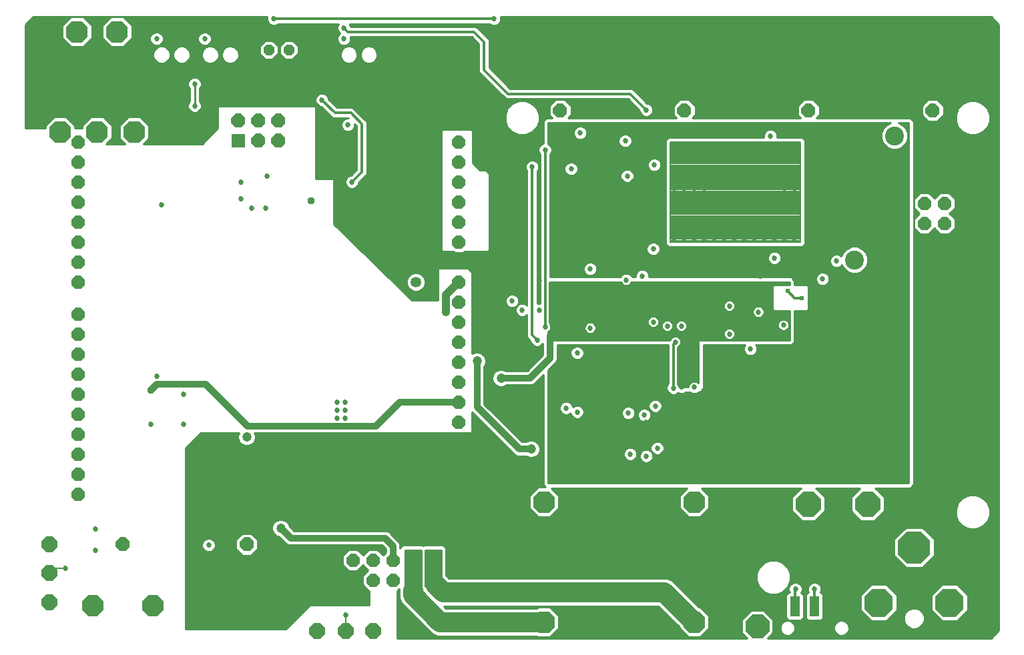
<source format=gbl>
G75*
%MOIN*%
%OFA0B0*%
%FSLAX24Y24*%
%IPPOS*%
%LPD*%
%AMOC8*
5,1,8,0,0,1.08239X$1,22.5*
%
%ADD10OC8,0.0660*%
%ADD11OC8,0.0700*%
%ADD12R,0.0700X0.0700*%
%ADD13R,0.0472X0.0984*%
%ADD14OC8,0.1065*%
%ADD15OC8,0.0531*%
%ADD16OC8,0.1095*%
%ADD17OC8,0.1620*%
%ADD18OC8,0.1325*%
%ADD19OC8,0.1424*%
%ADD20C,0.0270*%
%ADD21C,0.0120*%
%ADD22C,0.0472*%
%ADD23C,0.0320*%
%ADD24C,0.0376*%
%ADD25C,0.0100*%
%ADD26C,0.0531*%
%ADD27OC8,0.1181*%
%ADD28C,0.0945*%
%ADD29C,0.0070*%
%ADD30OC8,0.0768*%
%ADD31OC8,0.1266*%
%ADD32C,0.1000*%
%ADD33C,0.0560*%
%ADD34OC8,0.0650*%
%ADD35C,0.0416*%
%ADD36C,0.0400*%
%ADD37C,0.0700*%
%ADD38C,0.0240*%
D10*
X010041Y013395D03*
X010041Y014395D03*
X010041Y015395D03*
X010041Y016395D03*
X010041Y017395D03*
X010041Y018395D03*
X010041Y019395D03*
X010041Y020395D03*
X010041Y021395D03*
X010041Y022395D03*
X010041Y023995D03*
X010041Y024995D03*
X010041Y025995D03*
X010041Y026995D03*
X010041Y027995D03*
X010041Y028995D03*
X010041Y029995D03*
X010041Y030995D03*
X029041Y030995D03*
X029041Y029995D03*
X029041Y028995D03*
X029041Y027995D03*
X029041Y026995D03*
X029041Y025995D03*
X029041Y023995D03*
X029041Y022995D03*
X029041Y021995D03*
X029041Y020995D03*
X029041Y019995D03*
X029041Y018995D03*
X029041Y017995D03*
X029041Y016995D03*
X027743Y010095D03*
X026743Y010095D03*
X025743Y010095D03*
X024743Y010095D03*
X023743Y010095D03*
X023743Y009095D03*
X024743Y009095D03*
X025743Y009095D03*
X026743Y009095D03*
X027743Y009095D03*
X052282Y026918D03*
X052282Y027918D03*
X053282Y027918D03*
X053282Y026918D03*
X053282Y028918D03*
X052282Y028918D03*
X052282Y029918D03*
X053282Y029918D03*
D11*
X052693Y032565D03*
X046493Y032565D03*
X040293Y032565D03*
X034093Y032565D03*
X020041Y032045D03*
X020041Y031045D03*
X019041Y031045D03*
X019041Y032045D03*
X018041Y032045D03*
X018443Y010875D03*
X012243Y010875D03*
D12*
X018041Y031045D03*
D13*
X045809Y007778D03*
X046793Y007778D03*
X047778Y007778D03*
D14*
X019943Y007805D03*
X016943Y007805D03*
X013743Y007805D03*
X010743Y007805D03*
X032593Y035635D03*
X035593Y035635D03*
X038793Y035635D03*
X041793Y035635D03*
X044993Y035635D03*
X047993Y035635D03*
X051193Y035635D03*
X054193Y035635D03*
D15*
X021543Y035595D03*
X020543Y035595D03*
X019543Y035595D03*
D16*
X012823Y031495D03*
X010973Y031495D03*
X009123Y031495D03*
X009973Y036495D03*
X011973Y036495D03*
X033293Y012995D03*
X033293Y006995D03*
X040793Y006995D03*
X040793Y012995D03*
D17*
X051770Y010719D03*
D18*
X051770Y008357D03*
D19*
X053541Y007965D03*
X049998Y007965D03*
D20*
X046793Y008645D03*
X045843Y008645D03*
X045793Y014395D03*
X045793Y014895D03*
X045293Y014895D03*
X044793Y014895D03*
X044293Y014895D03*
X043793Y014895D03*
X043793Y014395D03*
X044293Y014395D03*
X044793Y014395D03*
X044793Y015395D03*
X044293Y015395D03*
X043793Y015395D03*
X043793Y015895D03*
X043793Y016395D03*
X043793Y016895D03*
X043793Y017395D03*
X043793Y017895D03*
X043793Y018395D03*
X044293Y018395D03*
X044293Y017895D03*
X044293Y017395D03*
X044293Y016895D03*
X044293Y016395D03*
X044293Y015895D03*
X045293Y015395D03*
X045793Y015395D03*
X046293Y015395D03*
X046293Y014895D03*
X046293Y014395D03*
X046793Y014395D03*
X046793Y014895D03*
X046793Y015395D03*
X047293Y015395D03*
X047293Y014895D03*
X047293Y014395D03*
X047793Y014395D03*
X047793Y014895D03*
X047793Y015395D03*
X048293Y015395D03*
X048293Y014895D03*
X048293Y014395D03*
X048793Y014395D03*
X048793Y014895D03*
X048793Y015395D03*
X048793Y015895D03*
X048293Y015895D03*
X048293Y016395D03*
X048293Y016895D03*
X048293Y017395D03*
X048293Y017895D03*
X048293Y018395D03*
X048293Y018895D03*
X048293Y019395D03*
X048293Y019895D03*
X048793Y019895D03*
X048793Y019395D03*
X048793Y018895D03*
X048793Y018395D03*
X048793Y017895D03*
X048793Y017395D03*
X048793Y016895D03*
X048793Y016395D03*
X049293Y016395D03*
X049293Y015895D03*
X049293Y015395D03*
X049293Y014895D03*
X049293Y014395D03*
X049793Y014395D03*
X049793Y014895D03*
X049793Y015395D03*
X049793Y015895D03*
X049793Y016395D03*
X049793Y016895D03*
X049293Y016895D03*
X049293Y017395D03*
X049293Y017895D03*
X049293Y018395D03*
X049293Y018895D03*
X049293Y019395D03*
X049293Y019895D03*
X049793Y019895D03*
X049793Y019395D03*
X049793Y018895D03*
X049793Y018395D03*
X049793Y017895D03*
X049793Y017395D03*
X050293Y017395D03*
X050293Y016895D03*
X050293Y016395D03*
X050293Y015895D03*
X050293Y015395D03*
X050293Y014895D03*
X050293Y014395D03*
X050793Y014395D03*
X050793Y014895D03*
X050793Y015395D03*
X050793Y015895D03*
X050793Y016395D03*
X050793Y016895D03*
X050793Y017395D03*
X050793Y017895D03*
X050293Y017895D03*
X050293Y018395D03*
X050293Y018895D03*
X050293Y019395D03*
X050293Y019895D03*
X050793Y019895D03*
X050793Y019395D03*
X050793Y018895D03*
X050793Y018395D03*
X051293Y018395D03*
X051293Y017895D03*
X051293Y017395D03*
X051293Y016895D03*
X051293Y016395D03*
X051293Y015895D03*
X051293Y015395D03*
X051293Y014895D03*
X051293Y018895D03*
X051293Y019395D03*
X051293Y019895D03*
X051293Y020395D03*
X050793Y020395D03*
X050293Y020395D03*
X049793Y020395D03*
X049293Y020395D03*
X048793Y020395D03*
X048293Y020395D03*
X047793Y020395D03*
X047293Y020395D03*
X046793Y020395D03*
X046293Y020395D03*
X045793Y020395D03*
X045293Y020395D03*
X044793Y020395D03*
X044293Y019895D03*
X044293Y019395D03*
X044293Y018895D03*
X043593Y020645D03*
X042543Y021395D03*
X043993Y022495D03*
X044293Y022145D03*
X044793Y021845D03*
X045243Y021845D03*
X044743Y021345D03*
X046293Y020895D03*
X046793Y020895D03*
X046793Y021395D03*
X047293Y021395D03*
X047293Y020895D03*
X047793Y020895D03*
X047793Y021395D03*
X047793Y021895D03*
X047293Y021895D03*
X047793Y022395D03*
X048293Y022395D03*
X048293Y021895D03*
X048293Y021395D03*
X048293Y020895D03*
X048793Y020895D03*
X048793Y021395D03*
X048793Y021895D03*
X048793Y022395D03*
X048793Y022895D03*
X048293Y022895D03*
X048293Y023395D03*
X048793Y023395D03*
X048793Y023895D03*
X049293Y023895D03*
X049293Y023395D03*
X049293Y022895D03*
X049293Y022395D03*
X049293Y021895D03*
X049293Y021395D03*
X049293Y020895D03*
X049793Y020895D03*
X049793Y021395D03*
X049793Y021895D03*
X049793Y022395D03*
X049793Y022895D03*
X049793Y023395D03*
X049793Y023895D03*
X050293Y023895D03*
X050293Y023395D03*
X050293Y022895D03*
X050293Y022395D03*
X050293Y021895D03*
X050293Y021395D03*
X050293Y020895D03*
X050793Y020895D03*
X050793Y021395D03*
X050793Y021895D03*
X050793Y022395D03*
X050793Y022895D03*
X050793Y023395D03*
X050793Y023895D03*
X051293Y023895D03*
X051293Y023395D03*
X051293Y022895D03*
X051293Y022395D03*
X051293Y021895D03*
X051293Y021395D03*
X051293Y020895D03*
X047193Y024145D03*
X047893Y025045D03*
X045693Y025045D03*
X044793Y025195D03*
X044793Y026195D03*
X044293Y026195D03*
X043793Y026195D03*
X043293Y026195D03*
X042793Y026195D03*
X042293Y026195D03*
X041793Y026195D03*
X041293Y026195D03*
X040793Y026195D03*
X040293Y026195D03*
X039793Y026195D03*
X039793Y026695D03*
X039793Y027195D03*
X039793Y027695D03*
X039793Y028195D03*
X039793Y028695D03*
X039793Y029195D03*
X039793Y029695D03*
X039793Y030195D03*
X039793Y030695D03*
X040293Y030695D03*
X040293Y030195D03*
X040293Y029695D03*
X040293Y029195D03*
X040293Y028695D03*
X040293Y028195D03*
X040293Y027695D03*
X040293Y027195D03*
X040293Y026695D03*
X040793Y026695D03*
X040793Y027195D03*
X040793Y027695D03*
X040793Y028195D03*
X040793Y028695D03*
X040793Y029195D03*
X040793Y029695D03*
X040793Y030195D03*
X040793Y030695D03*
X041293Y030695D03*
X041293Y030195D03*
X041293Y029695D03*
X041293Y029195D03*
X041293Y028695D03*
X041293Y028195D03*
X041293Y027695D03*
X041293Y027195D03*
X041293Y026695D03*
X038743Y025645D03*
X038193Y024295D03*
X037393Y024095D03*
X038193Y023445D03*
X038693Y023095D03*
X038743Y021995D03*
X039443Y021795D03*
X040143Y021795D03*
X039843Y020995D03*
X038293Y019045D03*
X038843Y018595D03*
X038843Y017795D03*
X038293Y017345D03*
X038393Y016995D03*
X038943Y016595D03*
X038943Y015695D03*
X038393Y015295D03*
X037593Y015395D03*
X037593Y016895D03*
X037493Y017445D03*
X037493Y018945D03*
X039743Y018695D03*
X040143Y018745D03*
X040793Y018745D03*
X042543Y022795D03*
X042543Y023595D03*
X043993Y023895D03*
X044093Y024295D03*
X045793Y024145D03*
X045793Y026195D03*
X045293Y026195D03*
X045293Y026695D03*
X045293Y027195D03*
X045293Y027695D03*
X045293Y028195D03*
X045293Y028695D03*
X045293Y029195D03*
X045293Y029695D03*
X045293Y030195D03*
X045293Y030695D03*
X045793Y030695D03*
X045793Y030195D03*
X045793Y029695D03*
X045793Y029195D03*
X045793Y028695D03*
X045793Y028195D03*
X045793Y027695D03*
X045793Y027195D03*
X045793Y026695D03*
X044593Y031295D03*
X038793Y029845D03*
X037443Y029295D03*
X037343Y031045D03*
X038393Y032595D03*
X035093Y031445D03*
X033743Y030345D03*
X033343Y030595D03*
X032693Y029745D03*
X034643Y029645D03*
X035093Y028545D03*
X031943Y026395D03*
X032243Y024295D03*
X031693Y023845D03*
X031693Y023045D03*
X032193Y022595D03*
X033043Y022595D03*
X033343Y021745D03*
X032943Y021095D03*
X034943Y020445D03*
X035593Y021695D03*
X033043Y024095D03*
X035593Y024645D03*
X039843Y023695D03*
X034393Y017695D03*
X034943Y017495D03*
X023343Y017595D03*
X022943Y017595D03*
X022943Y017995D03*
X023343Y017995D03*
X023343Y017195D03*
X022943Y017195D03*
X015293Y016895D03*
X015293Y018395D03*
X013943Y019295D03*
X013643Y016895D03*
X010893Y011645D03*
X010893Y010595D03*
X009393Y009695D03*
X016543Y010845D03*
X023393Y007345D03*
X019393Y027695D03*
X018693Y027695D03*
X018143Y028145D03*
X018143Y028995D03*
X019443Y029295D03*
X021993Y029395D03*
X023693Y028995D03*
X025893Y028545D03*
X027893Y030295D03*
X023493Y031845D03*
X022201Y033095D03*
X021993Y031895D03*
X023293Y036145D03*
X023293Y036695D03*
X019793Y037145D03*
X016343Y036145D03*
X013943Y036145D03*
X013943Y036695D03*
X015843Y033895D03*
X015843Y032795D03*
X016293Y031195D03*
X014193Y027845D03*
X030793Y037145D03*
D21*
X019793Y037145D01*
X023293Y036695D02*
X023493Y036495D01*
X029793Y036495D01*
X030293Y035995D01*
X030293Y034595D01*
X031493Y033395D01*
X037593Y033395D01*
X038393Y032595D01*
X033343Y030595D02*
X033343Y021745D01*
X032693Y021345D02*
X032943Y021095D01*
X032693Y021345D02*
X032693Y029745D01*
X024193Y029495D02*
X023693Y028995D01*
X024193Y029495D02*
X024193Y031895D01*
X023643Y032445D01*
X022843Y032445D01*
X022201Y033088D01*
X022201Y033095D01*
X039743Y020895D02*
X039743Y018695D01*
X039743Y020895D02*
X039843Y020995D01*
X045443Y023545D02*
X045793Y023195D01*
X046143Y023195D01*
X045843Y008645D02*
X045809Y008645D01*
X045809Y007778D01*
X046793Y007778D02*
X046793Y008645D01*
D22*
X032643Y015645D03*
X031143Y019195D03*
X029943Y020045D03*
X020143Y011695D03*
X018443Y016245D03*
D23*
X018493Y016795D02*
X016393Y018895D01*
X013943Y018895D01*
X013643Y018595D01*
X018493Y016795D02*
X024893Y016795D01*
X026093Y017995D01*
X029041Y017995D01*
X029943Y017745D02*
X032043Y015645D01*
X032643Y015645D01*
X029943Y017745D02*
X029943Y020045D01*
X031143Y019195D02*
X032593Y019195D01*
X033593Y020195D01*
X033593Y021295D01*
X025343Y011195D02*
X020643Y011195D01*
X020143Y011695D01*
X025343Y011195D02*
X025743Y010795D01*
X025743Y010095D01*
D24*
X016493Y015395D03*
X016393Y012095D03*
X013643Y018595D03*
X021643Y028045D03*
X035893Y011295D03*
X035893Y010845D03*
X035893Y010395D03*
X035893Y009945D03*
X036343Y009945D03*
X036793Y009945D03*
X037243Y009945D03*
X037693Y009945D03*
X038143Y009945D03*
X038143Y010395D03*
X038143Y010845D03*
X038143Y011295D03*
D25*
X040046Y012685D02*
X040484Y012248D01*
X041103Y012248D01*
X041541Y012685D01*
X041541Y013305D01*
X041150Y013695D01*
X046115Y013695D01*
X045660Y013240D01*
X045660Y012550D01*
X046148Y012062D01*
X046838Y012062D01*
X047326Y012550D01*
X047326Y013240D01*
X046871Y013695D01*
X049065Y013695D01*
X048610Y013240D01*
X048610Y012550D01*
X049098Y012062D01*
X049788Y012062D01*
X050276Y012550D01*
X050276Y013240D01*
X049821Y013695D01*
X051543Y013695D01*
X051635Y013733D01*
X051705Y013803D01*
X051743Y013895D01*
X051743Y031995D01*
X051705Y032087D01*
X051635Y032157D01*
X051543Y032195D01*
X046901Y032195D01*
X047043Y032337D01*
X047043Y032793D01*
X046721Y033115D01*
X046265Y033115D01*
X045943Y032793D01*
X045943Y032337D01*
X046085Y032195D01*
X040701Y032195D01*
X040843Y032337D01*
X040843Y032793D01*
X040521Y033115D01*
X040065Y033115D01*
X039743Y032793D01*
X039743Y032337D01*
X039885Y032195D01*
X034501Y032195D01*
X034643Y032337D01*
X034643Y032793D01*
X034321Y033115D01*
X033865Y033115D01*
X033543Y032793D01*
X033543Y032337D01*
X033685Y032195D01*
X033444Y032195D01*
X033352Y032157D01*
X033281Y032087D01*
X033243Y031995D01*
X033243Y030916D01*
X033154Y030879D01*
X033059Y030785D01*
X033008Y030662D01*
X033008Y030528D01*
X033059Y030405D01*
X033083Y030381D01*
X033083Y022930D01*
X032977Y022930D01*
X032953Y022920D01*
X032953Y029531D01*
X032977Y029555D01*
X033028Y029678D01*
X033028Y029812D01*
X032977Y029935D01*
X032883Y030029D01*
X032760Y030080D01*
X032627Y030080D01*
X032504Y030029D01*
X029723Y030029D01*
X029723Y029949D02*
X029723Y031549D01*
X029647Y031625D01*
X028239Y031625D01*
X028163Y031549D01*
X028163Y025591D01*
X028239Y025515D01*
X028771Y025515D01*
X028821Y025465D01*
X029260Y025465D01*
X029310Y025515D01*
X030497Y025515D01*
X030573Y025591D01*
X030573Y025699D01*
X030573Y029399D01*
X030497Y029475D01*
X030397Y029575D01*
X030097Y029575D01*
X029723Y029949D01*
X029742Y029931D02*
X032408Y029931D01*
X032409Y029935D02*
X032358Y029812D01*
X032358Y029678D01*
X032409Y029555D01*
X032433Y029531D01*
X032433Y022829D01*
X032383Y022879D01*
X032260Y022930D01*
X032127Y022930D01*
X032004Y022879D01*
X031909Y022785D01*
X031858Y022662D01*
X031858Y022528D01*
X031909Y022405D01*
X032004Y022311D01*
X032127Y022260D01*
X032260Y022260D01*
X032383Y022311D01*
X032433Y022361D01*
X032433Y021293D01*
X032473Y021198D01*
X032608Y021062D01*
X032608Y021028D01*
X032659Y020905D01*
X032754Y020811D01*
X032877Y020760D01*
X033010Y020760D01*
X033133Y020811D01*
X033227Y020905D01*
X033233Y020920D01*
X033233Y020344D01*
X032444Y019555D01*
X031400Y019555D01*
X031390Y019565D01*
X031230Y019631D01*
X031057Y019631D01*
X030896Y019565D01*
X030773Y019442D01*
X030707Y019282D01*
X030707Y019108D01*
X030773Y018948D01*
X030896Y018825D01*
X031057Y018759D01*
X031230Y018759D01*
X031390Y018825D01*
X031400Y018835D01*
X032665Y018835D01*
X032797Y018890D01*
X033243Y019336D01*
X033243Y013895D01*
X033281Y013803D01*
X033342Y013742D01*
X032984Y013742D01*
X032546Y013305D01*
X032546Y012685D01*
X032984Y012248D01*
X033603Y012248D01*
X034041Y012685D01*
X034041Y013305D01*
X033650Y013695D01*
X040436Y013695D01*
X040046Y013305D01*
X040046Y012685D01*
X040046Y012693D02*
X034041Y012693D01*
X034041Y012792D02*
X040046Y012792D01*
X040046Y012890D02*
X034041Y012890D01*
X034041Y012989D02*
X040046Y012989D01*
X040046Y013087D02*
X034041Y013087D01*
X034041Y013186D02*
X040046Y013186D01*
X040046Y013284D02*
X034041Y013284D01*
X033963Y013383D02*
X040124Y013383D01*
X040222Y013481D02*
X033864Y013481D01*
X033766Y013580D02*
X040321Y013580D01*
X040419Y013678D02*
X033667Y013678D01*
X033493Y013945D02*
X033493Y019586D01*
X033797Y019890D01*
X033898Y019991D01*
X033953Y020123D01*
X033953Y020845D01*
X039483Y020845D01*
X039483Y018909D01*
X039459Y018885D01*
X039408Y018762D01*
X039408Y018628D01*
X039459Y018505D01*
X039554Y018411D01*
X039677Y018360D01*
X039810Y018360D01*
X039933Y018411D01*
X039974Y018452D01*
X040077Y018410D01*
X040210Y018410D01*
X040333Y018461D01*
X040367Y018495D01*
X040570Y018495D01*
X040604Y018461D01*
X040727Y018410D01*
X040860Y018410D01*
X040983Y018461D01*
X041017Y018495D01*
X041043Y018495D01*
X041135Y018533D01*
X041205Y018603D01*
X051493Y018603D01*
X051493Y018505D02*
X041066Y018505D01*
X041205Y018603D02*
X041243Y018695D01*
X041243Y020845D01*
X043320Y020845D01*
X043309Y020835D01*
X043258Y020712D01*
X043258Y020578D01*
X043309Y020455D01*
X043404Y020361D01*
X043527Y020310D01*
X043660Y020310D01*
X043783Y020361D01*
X043877Y020455D01*
X043928Y020578D01*
X043928Y020712D01*
X043877Y020835D01*
X043867Y020845D01*
X045593Y020845D01*
X045685Y020883D01*
X045755Y020953D01*
X045793Y021045D01*
X045793Y022545D01*
X046435Y022545D01*
X046493Y022604D01*
X046493Y023786D01*
X046435Y023845D01*
X045793Y023845D01*
X045793Y024045D01*
X045755Y024137D01*
X045685Y024207D01*
X045593Y024245D01*
X038528Y024245D01*
X038528Y024362D01*
X038477Y024485D01*
X038383Y024579D01*
X038260Y024630D01*
X038127Y024630D01*
X038004Y024579D01*
X037909Y024485D01*
X037858Y024362D01*
X037858Y024245D01*
X037694Y024245D01*
X037677Y024285D01*
X037583Y024379D01*
X037460Y024430D01*
X037327Y024430D01*
X037204Y024379D01*
X037109Y024285D01*
X037093Y024245D01*
X033603Y024245D01*
X033603Y030381D01*
X033627Y030405D01*
X033678Y030528D01*
X033678Y030662D01*
X033627Y030785D01*
X033533Y030879D01*
X033493Y030895D01*
X033493Y031945D01*
X050605Y031945D01*
X050412Y031865D01*
X050223Y031676D01*
X050121Y031429D01*
X050121Y031161D01*
X050223Y030914D01*
X050412Y030725D01*
X050660Y030623D01*
X050927Y030623D01*
X051174Y030725D01*
X051363Y030914D01*
X051466Y031161D01*
X051466Y031429D01*
X051363Y031676D01*
X051174Y031865D01*
X050981Y031945D01*
X051493Y031945D01*
X051493Y013945D01*
X033493Y013945D01*
X033493Y013974D02*
X051493Y013974D01*
X051493Y014072D02*
X033493Y014072D01*
X033493Y014171D02*
X051493Y014171D01*
X051493Y014269D02*
X033493Y014269D01*
X033493Y014368D02*
X051493Y014368D01*
X051493Y014466D02*
X033493Y014466D01*
X033493Y014565D02*
X051493Y014565D01*
X051493Y014663D02*
X033493Y014663D01*
X033493Y014762D02*
X051493Y014762D01*
X051493Y014860D02*
X033493Y014860D01*
X033493Y014959D02*
X051493Y014959D01*
X051493Y015057D02*
X038629Y015057D01*
X038583Y015011D02*
X038677Y015105D01*
X038728Y015228D01*
X038728Y015362D01*
X038677Y015485D01*
X038583Y015579D01*
X038460Y015630D01*
X038327Y015630D01*
X038204Y015579D01*
X038109Y015485D01*
X038058Y015362D01*
X038058Y015228D01*
X038109Y015105D01*
X038204Y015011D01*
X038327Y014960D01*
X038460Y014960D01*
X038583Y015011D01*
X038698Y015156D02*
X051493Y015156D01*
X051493Y015254D02*
X038728Y015254D01*
X038728Y015353D02*
X051493Y015353D01*
X051493Y015451D02*
X039173Y015451D01*
X039133Y015411D02*
X039227Y015505D01*
X039278Y015628D01*
X039278Y015762D01*
X039227Y015885D01*
X039133Y015979D01*
X039010Y016030D01*
X038877Y016030D01*
X038754Y015979D01*
X038659Y015885D01*
X038608Y015762D01*
X038608Y015628D01*
X038659Y015505D01*
X038754Y015411D01*
X038877Y015360D01*
X039010Y015360D01*
X039133Y015411D01*
X039246Y015550D02*
X051493Y015550D01*
X051493Y015648D02*
X039278Y015648D01*
X039278Y015747D02*
X051493Y015747D01*
X051493Y015845D02*
X039244Y015845D01*
X039169Y015944D02*
X051493Y015944D01*
X051493Y016042D02*
X033493Y016042D01*
X033493Y015944D02*
X038718Y015944D01*
X038643Y015845D02*
X033493Y015845D01*
X033493Y015747D02*
X038608Y015747D01*
X038608Y015648D02*
X037814Y015648D01*
X037783Y015679D02*
X037660Y015730D01*
X037527Y015730D01*
X037404Y015679D01*
X037309Y015585D01*
X037258Y015462D01*
X037258Y015328D01*
X037309Y015205D01*
X037404Y015111D01*
X037527Y015060D01*
X037660Y015060D01*
X037783Y015111D01*
X037877Y015205D01*
X037928Y015328D01*
X037928Y015462D01*
X037877Y015585D01*
X037783Y015679D01*
X037892Y015550D02*
X038174Y015550D01*
X038095Y015451D02*
X037928Y015451D01*
X037928Y015353D02*
X038058Y015353D01*
X038058Y015254D02*
X037898Y015254D01*
X037828Y015156D02*
X038088Y015156D01*
X038158Y015057D02*
X033493Y015057D01*
X033493Y015156D02*
X037359Y015156D01*
X037289Y015254D02*
X033493Y015254D01*
X033493Y015353D02*
X037258Y015353D01*
X037258Y015451D02*
X033493Y015451D01*
X033493Y015550D02*
X037295Y015550D01*
X037373Y015648D02*
X033493Y015648D01*
X033243Y015648D02*
X033080Y015648D01*
X033080Y015732D02*
X033013Y015892D01*
X032890Y016015D01*
X032730Y016081D01*
X032557Y016081D01*
X032396Y016015D01*
X032386Y016005D01*
X032192Y016005D01*
X030303Y017894D01*
X030303Y019788D01*
X030313Y019798D01*
X030380Y019958D01*
X030380Y020132D01*
X030313Y020292D01*
X030190Y020415D01*
X030030Y020481D01*
X029857Y020481D01*
X029696Y020415D01*
X029693Y020412D01*
X029693Y024495D01*
X029493Y024695D01*
X027993Y024695D01*
X027993Y023095D01*
X026693Y023095D01*
X022793Y026895D01*
X022793Y029145D01*
X021893Y029145D01*
X021893Y032795D01*
X016993Y032795D01*
X016993Y031676D01*
X016212Y030895D01*
X013280Y030895D01*
X013571Y031185D01*
X013571Y031805D01*
X013133Y032242D01*
X012514Y032242D01*
X012076Y031805D01*
X012076Y031185D01*
X012366Y030895D01*
X011430Y030895D01*
X011721Y031185D01*
X011721Y031805D01*
X011283Y032242D01*
X010664Y032242D01*
X010226Y031805D01*
X010226Y031695D01*
X009871Y031695D01*
X009871Y031805D01*
X009433Y032242D01*
X008814Y032242D01*
X008376Y031805D01*
X008376Y031695D01*
X007393Y031695D01*
X007393Y036862D01*
X007776Y037245D01*
X019472Y037245D01*
X019458Y037212D01*
X019458Y037078D01*
X019509Y036955D01*
X019604Y036861D01*
X019727Y036810D01*
X019860Y036810D01*
X019983Y036861D01*
X020007Y036885D01*
X023010Y036885D01*
X023009Y036885D01*
X022958Y036762D01*
X022958Y036628D01*
X023009Y036505D01*
X023095Y036420D01*
X023009Y036335D01*
X022958Y036212D01*
X022958Y036078D01*
X023009Y035955D01*
X023104Y035861D01*
X023227Y035810D01*
X023360Y035810D01*
X023483Y035861D01*
X023577Y035955D01*
X023628Y036078D01*
X023628Y036212D01*
X023619Y036235D01*
X029686Y036235D01*
X030033Y035887D01*
X030033Y034543D01*
X030073Y034448D01*
X031346Y033175D01*
X031442Y033135D01*
X037486Y033135D01*
X038058Y032562D01*
X038058Y032528D01*
X038109Y032405D01*
X038204Y032311D01*
X038327Y032260D01*
X038460Y032260D01*
X038583Y032311D01*
X038677Y032405D01*
X038728Y032528D01*
X038728Y032662D01*
X038677Y032785D01*
X038583Y032879D01*
X038460Y032930D01*
X038426Y032930D01*
X037814Y033542D01*
X037741Y033615D01*
X037645Y033655D01*
X031601Y033655D01*
X030553Y034703D01*
X030553Y036047D01*
X030514Y036142D01*
X030014Y036642D01*
X029941Y036715D01*
X029845Y036755D01*
X023628Y036755D01*
X023628Y036762D01*
X023577Y036885D01*
X030580Y036885D01*
X030604Y036861D01*
X030727Y036810D01*
X030860Y036810D01*
X030983Y036861D01*
X031077Y036955D01*
X031128Y037078D01*
X031128Y037212D01*
X031114Y037245D01*
X055610Y037245D01*
X055993Y036862D01*
X055993Y006578D01*
X055610Y006195D01*
X044461Y006195D01*
X044734Y006468D01*
X044734Y007122D01*
X044271Y007586D01*
X043616Y007586D01*
X043153Y007122D01*
X043153Y006468D01*
X043425Y006195D01*
X025943Y006195D01*
X025943Y008565D01*
X025963Y008565D01*
X026043Y008645D01*
X026043Y008206D01*
X026150Y007948D01*
X026347Y007752D01*
X027697Y006402D01*
X027954Y006295D01*
X032936Y006295D01*
X032984Y006248D01*
X033603Y006248D01*
X034041Y006685D01*
X034041Y007305D01*
X033603Y007742D01*
X032984Y007742D01*
X032936Y007695D01*
X028383Y007695D01*
X028283Y007795D01*
X039003Y007795D01*
X040046Y006753D01*
X040046Y006685D01*
X040484Y006248D01*
X041103Y006248D01*
X041541Y006685D01*
X041541Y007305D01*
X041103Y007742D01*
X041036Y007742D01*
X039887Y008892D01*
X039690Y009088D01*
X039433Y009195D01*
X028533Y009195D01*
X028393Y009335D01*
X028393Y010645D01*
X028355Y010737D01*
X028285Y010807D01*
X028193Y010845D01*
X027294Y010845D01*
X027243Y010824D01*
X027193Y010845D01*
X026294Y010845D01*
X026202Y010807D01*
X026131Y010737D01*
X026103Y010669D01*
X026103Y010867D01*
X026048Y010999D01*
X025648Y011399D01*
X025547Y011500D01*
X025415Y011555D01*
X020792Y011555D01*
X020580Y011768D01*
X020580Y011782D01*
X020513Y011942D01*
X020390Y012065D01*
X020230Y012131D01*
X020057Y012131D01*
X019896Y012065D01*
X019773Y011942D01*
X019707Y011782D01*
X019707Y011608D01*
X019773Y011448D01*
X019896Y011325D01*
X020057Y011259D01*
X020070Y011259D01*
X020439Y010890D01*
X020572Y010835D01*
X025194Y010835D01*
X025383Y010646D01*
X025383Y010485D01*
X025243Y010345D01*
X024963Y010625D01*
X024524Y010625D01*
X024243Y010345D01*
X023963Y010625D01*
X023524Y010625D01*
X023213Y010315D01*
X023213Y009875D01*
X023524Y009565D01*
X023963Y009565D01*
X024243Y009845D01*
X024494Y009595D01*
X024213Y009315D01*
X024213Y008875D01*
X024524Y008565D01*
X024543Y008565D01*
X024543Y007845D01*
X021593Y007845D01*
X020393Y006645D01*
X015393Y006645D01*
X015393Y015683D01*
X016155Y016445D01*
X018054Y016445D01*
X018007Y016332D01*
X018007Y016158D01*
X018073Y015998D01*
X018196Y015875D01*
X018357Y015809D01*
X018530Y015809D01*
X018690Y015875D01*
X018813Y015998D01*
X018880Y016158D01*
X018880Y016332D01*
X018837Y016435D01*
X024965Y016435D01*
X024989Y016445D01*
X029693Y016445D01*
X029693Y017486D01*
X031839Y015340D01*
X031972Y015285D01*
X032386Y015285D01*
X032396Y015275D01*
X032557Y015209D01*
X032730Y015209D01*
X032890Y015275D01*
X033013Y015398D01*
X033080Y015558D01*
X033080Y015732D01*
X033073Y015747D02*
X033243Y015747D01*
X033243Y015845D02*
X033033Y015845D01*
X032962Y015944D02*
X033243Y015944D01*
X033243Y016042D02*
X032825Y016042D01*
X032462Y016042D02*
X032155Y016042D01*
X032057Y016141D02*
X033243Y016141D01*
X033243Y016239D02*
X031958Y016239D01*
X031860Y016338D02*
X033243Y016338D01*
X033243Y016436D02*
X031761Y016436D01*
X031663Y016535D02*
X033243Y016535D01*
X033243Y016633D02*
X031564Y016633D01*
X031466Y016732D02*
X033243Y016732D01*
X033243Y016830D02*
X031367Y016830D01*
X031269Y016929D02*
X033243Y016929D01*
X033243Y017027D02*
X031170Y017027D01*
X031072Y017126D02*
X033243Y017126D01*
X033243Y017224D02*
X030973Y017224D01*
X030875Y017323D02*
X033243Y017323D01*
X033243Y017421D02*
X030776Y017421D01*
X030678Y017520D02*
X033243Y017520D01*
X033243Y017618D02*
X030579Y017618D01*
X030481Y017717D02*
X033243Y017717D01*
X033243Y017815D02*
X030382Y017815D01*
X030303Y017914D02*
X033243Y017914D01*
X033243Y018012D02*
X030303Y018012D01*
X030303Y018111D02*
X033243Y018111D01*
X033243Y018209D02*
X030303Y018209D01*
X030303Y018308D02*
X033243Y018308D01*
X033243Y018406D02*
X030303Y018406D01*
X030303Y018505D02*
X033243Y018505D01*
X033243Y018603D02*
X030303Y018603D01*
X030303Y018702D02*
X033243Y018702D01*
X033243Y018800D02*
X031330Y018800D01*
X030957Y018800D02*
X030303Y018800D01*
X030303Y018899D02*
X030823Y018899D01*
X030753Y018997D02*
X030303Y018997D01*
X030303Y019096D02*
X030712Y019096D01*
X030707Y019194D02*
X030303Y019194D01*
X030303Y019293D02*
X030712Y019293D01*
X030752Y019391D02*
X030303Y019391D01*
X030303Y019490D02*
X030821Y019490D01*
X030952Y019588D02*
X030303Y019588D01*
X030303Y019687D02*
X032576Y019687D01*
X032674Y019785D02*
X030303Y019785D01*
X030349Y019884D02*
X032773Y019884D01*
X032871Y019982D02*
X030380Y019982D01*
X030380Y020081D02*
X032970Y020081D01*
X033068Y020179D02*
X030360Y020179D01*
X030319Y020278D02*
X033167Y020278D01*
X033233Y020376D02*
X030229Y020376D01*
X030046Y020475D02*
X033233Y020475D01*
X033233Y020573D02*
X029693Y020573D01*
X029693Y020475D02*
X029840Y020475D01*
X029693Y020672D02*
X033233Y020672D01*
X033233Y020770D02*
X033034Y020770D01*
X032852Y020770D02*
X029693Y020770D01*
X029693Y020869D02*
X032696Y020869D01*
X032634Y020967D02*
X029693Y020967D01*
X029693Y021066D02*
X032605Y021066D01*
X032507Y021164D02*
X029693Y021164D01*
X029693Y021263D02*
X032446Y021263D01*
X032433Y021361D02*
X029693Y021361D01*
X029693Y021460D02*
X032433Y021460D01*
X032433Y021558D02*
X029693Y021558D01*
X029693Y021657D02*
X032433Y021657D01*
X032433Y021755D02*
X029693Y021755D01*
X029693Y021854D02*
X032433Y021854D01*
X032433Y021952D02*
X029693Y021952D01*
X029693Y022051D02*
X032433Y022051D01*
X032433Y022149D02*
X029693Y022149D01*
X029693Y022248D02*
X032433Y022248D01*
X032433Y022346D02*
X032418Y022346D01*
X031969Y022346D02*
X029693Y022346D01*
X029693Y022445D02*
X031893Y022445D01*
X031858Y022543D02*
X029693Y022543D01*
X029693Y022642D02*
X031858Y022642D01*
X031832Y022740D02*
X031891Y022740D01*
X031883Y022761D02*
X031760Y022710D01*
X031627Y022710D01*
X031504Y022761D01*
X031409Y022855D01*
X031358Y022978D01*
X031358Y023112D01*
X031409Y023235D01*
X031504Y023329D01*
X031627Y023380D01*
X031760Y023380D01*
X031883Y023329D01*
X031977Y023235D01*
X032028Y023112D01*
X032028Y022978D01*
X031977Y022855D01*
X031883Y022761D01*
X031961Y022839D02*
X031963Y022839D01*
X032011Y022937D02*
X032433Y022937D01*
X032424Y022839D02*
X032433Y022839D01*
X032433Y023036D02*
X032028Y023036D01*
X032019Y023134D02*
X032433Y023134D01*
X032433Y023233D02*
X031978Y023233D01*
X031878Y023331D02*
X032433Y023331D01*
X032433Y023430D02*
X029693Y023430D01*
X029693Y023528D02*
X032433Y023528D01*
X032433Y023627D02*
X029693Y023627D01*
X029693Y023725D02*
X032433Y023725D01*
X032433Y023824D02*
X029693Y023824D01*
X029693Y023922D02*
X032433Y023922D01*
X032433Y024021D02*
X029693Y024021D01*
X029693Y024119D02*
X032433Y024119D01*
X032433Y024218D02*
X029693Y024218D01*
X029693Y024316D02*
X032433Y024316D01*
X032433Y024415D02*
X029693Y024415D01*
X029675Y024513D02*
X032433Y024513D01*
X032433Y024612D02*
X029577Y024612D01*
X029293Y025498D02*
X032433Y025498D01*
X032433Y025400D02*
X024328Y025400D01*
X024227Y025498D02*
X028788Y025498D01*
X028163Y025597D02*
X024126Y025597D01*
X024025Y025695D02*
X028163Y025695D01*
X028163Y025794D02*
X023924Y025794D01*
X023823Y025892D02*
X028163Y025892D01*
X028163Y025991D02*
X023722Y025991D01*
X023620Y026089D02*
X028163Y026089D01*
X028163Y026188D02*
X023519Y026188D01*
X023418Y026286D02*
X028163Y026286D01*
X028163Y026385D02*
X023317Y026385D01*
X023216Y026483D02*
X028163Y026483D01*
X028163Y026582D02*
X023115Y026582D01*
X023014Y026680D02*
X028163Y026680D01*
X028163Y026779D02*
X022913Y026779D01*
X022812Y026877D02*
X028163Y026877D01*
X028163Y026976D02*
X022793Y026976D01*
X022793Y027074D02*
X028163Y027074D01*
X028163Y027173D02*
X022793Y027173D01*
X022793Y027271D02*
X028163Y027271D01*
X028163Y027370D02*
X022793Y027370D01*
X022793Y027468D02*
X028163Y027468D01*
X028163Y027567D02*
X022793Y027567D01*
X022793Y027665D02*
X028163Y027665D01*
X028163Y027764D02*
X022793Y027764D01*
X022793Y027862D02*
X028163Y027862D01*
X028163Y027961D02*
X022793Y027961D01*
X022793Y028059D02*
X028163Y028059D01*
X028163Y028158D02*
X022793Y028158D01*
X022793Y028256D02*
X028163Y028256D01*
X028163Y028355D02*
X022793Y028355D01*
X022793Y028453D02*
X028163Y028453D01*
X028163Y028552D02*
X022793Y028552D01*
X022793Y028650D02*
X028163Y028650D01*
X028163Y028749D02*
X023921Y028749D01*
X023883Y028711D02*
X023977Y028805D01*
X024028Y028928D01*
X024028Y028962D01*
X024414Y029348D01*
X024453Y029443D01*
X024453Y031947D01*
X024414Y032042D01*
X024341Y032115D01*
X023791Y032665D01*
X023695Y032705D01*
X022951Y032705D01*
X022536Y033120D01*
X022536Y033162D01*
X022485Y033285D01*
X022390Y033379D01*
X022267Y033430D01*
X022134Y033430D01*
X022011Y033379D01*
X021917Y033285D01*
X021866Y033162D01*
X021866Y033028D01*
X021917Y032905D01*
X022011Y032811D01*
X022134Y032760D01*
X022161Y032760D01*
X022623Y032298D01*
X022696Y032225D01*
X022792Y032185D01*
X023536Y032185D01*
X023541Y032180D01*
X023427Y032180D01*
X023304Y032129D01*
X023209Y032035D01*
X023158Y031912D01*
X023158Y031778D01*
X023209Y031655D01*
X023304Y031561D01*
X023427Y031510D01*
X023560Y031510D01*
X023683Y031561D01*
X023777Y031655D01*
X023828Y031778D01*
X023828Y031892D01*
X023933Y031787D01*
X023933Y029603D01*
X023661Y029330D01*
X023627Y029330D01*
X023504Y029279D01*
X023409Y029185D01*
X023358Y029062D01*
X023358Y028928D01*
X023409Y028805D01*
X023504Y028711D01*
X023627Y028660D01*
X023760Y028660D01*
X023883Y028711D01*
X023995Y028847D02*
X028163Y028847D01*
X028163Y028946D02*
X024028Y028946D01*
X024110Y029044D02*
X028163Y029044D01*
X028163Y029143D02*
X024209Y029143D01*
X024307Y029241D02*
X028163Y029241D01*
X028163Y029340D02*
X024406Y029340D01*
X024451Y029438D02*
X028163Y029438D01*
X028163Y029537D02*
X024453Y029537D01*
X024453Y029635D02*
X028163Y029635D01*
X028163Y029734D02*
X024453Y029734D01*
X024453Y029832D02*
X028163Y029832D01*
X028163Y029931D02*
X024453Y029931D01*
X024453Y030029D02*
X028163Y030029D01*
X028163Y030128D02*
X024453Y030128D01*
X024453Y030226D02*
X028163Y030226D01*
X028163Y030325D02*
X024453Y030325D01*
X024453Y030423D02*
X028163Y030423D01*
X028163Y030522D02*
X024453Y030522D01*
X024453Y030620D02*
X028163Y030620D01*
X028163Y030719D02*
X024453Y030719D01*
X024453Y030817D02*
X028163Y030817D01*
X028163Y030916D02*
X024453Y030916D01*
X024453Y031014D02*
X028163Y031014D01*
X028163Y031113D02*
X024453Y031113D01*
X024453Y031211D02*
X028163Y031211D01*
X028163Y031310D02*
X024453Y031310D01*
X024453Y031408D02*
X028163Y031408D01*
X028163Y031507D02*
X024453Y031507D01*
X024453Y031605D02*
X028220Y031605D01*
X029667Y031605D02*
X031581Y031605D01*
X031483Y031704D02*
X024453Y031704D01*
X024453Y031802D02*
X031436Y031802D01*
X031473Y031714D02*
X031343Y032026D01*
X031343Y032364D01*
X031473Y032676D01*
X031712Y032916D01*
X032024Y033045D01*
X032362Y033045D01*
X032675Y032916D01*
X032914Y032676D01*
X033043Y032364D01*
X033043Y032026D01*
X032914Y031714D01*
X032675Y031474D01*
X032362Y031345D01*
X032024Y031345D01*
X031712Y031474D01*
X031473Y031714D01*
X031395Y031901D02*
X024453Y031901D01*
X024432Y031999D02*
X031354Y031999D01*
X031343Y032098D02*
X024358Y032098D01*
X024260Y032196D02*
X031343Y032196D01*
X031343Y032295D02*
X024161Y032295D01*
X024063Y032393D02*
X031355Y032393D01*
X031396Y032492D02*
X023964Y032492D01*
X023866Y032590D02*
X031437Y032590D01*
X031485Y032689D02*
X023735Y032689D01*
X023272Y032098D02*
X021893Y032098D01*
X021893Y032196D02*
X022765Y032196D01*
X022626Y032295D02*
X021893Y032295D01*
X021893Y032393D02*
X022528Y032393D01*
X022429Y032492D02*
X021893Y032492D01*
X021893Y032590D02*
X022331Y032590D01*
X022232Y032689D02*
X021893Y032689D01*
X021893Y032787D02*
X022069Y032787D01*
X021936Y032886D02*
X016168Y032886D01*
X016178Y032862D02*
X016127Y032985D01*
X016093Y033019D01*
X016093Y033671D01*
X016127Y033705D01*
X016178Y033828D01*
X016178Y033962D01*
X016127Y034085D01*
X016033Y034179D01*
X015910Y034230D01*
X015777Y034230D01*
X015654Y034179D01*
X015559Y034085D01*
X015508Y033962D01*
X015508Y033828D01*
X015559Y033705D01*
X015593Y033671D01*
X015593Y033019D01*
X015559Y032985D01*
X015508Y032862D01*
X015508Y032728D01*
X015559Y032605D01*
X015654Y032511D01*
X015777Y032460D01*
X015910Y032460D01*
X016033Y032511D01*
X016127Y032605D01*
X016178Y032728D01*
X016178Y032862D01*
X016178Y032787D02*
X016993Y032787D01*
X016993Y032689D02*
X016162Y032689D01*
X016112Y032590D02*
X016993Y032590D01*
X016993Y032492D02*
X015986Y032492D01*
X015700Y032492D02*
X007393Y032492D01*
X007393Y032590D02*
X015574Y032590D01*
X015525Y032689D02*
X007393Y032689D01*
X007393Y032787D02*
X015508Y032787D01*
X015518Y032886D02*
X007393Y032886D01*
X007393Y032984D02*
X015559Y032984D01*
X015593Y033083D02*
X007393Y033083D01*
X007393Y033181D02*
X015593Y033181D01*
X015593Y033280D02*
X007393Y033280D01*
X007393Y033378D02*
X015593Y033378D01*
X015593Y033477D02*
X007393Y033477D01*
X007393Y033575D02*
X015593Y033575D01*
X015591Y033674D02*
X007393Y033674D01*
X007393Y033772D02*
X015532Y033772D01*
X015508Y033871D02*
X007393Y033871D01*
X007393Y033969D02*
X015511Y033969D01*
X015552Y034068D02*
X007393Y034068D01*
X007393Y034166D02*
X015641Y034166D01*
X015843Y033895D02*
X015843Y032795D01*
X016128Y032984D02*
X021884Y032984D01*
X021866Y033083D02*
X016093Y033083D01*
X016093Y033181D02*
X021874Y033181D01*
X021914Y033280D02*
X016093Y033280D01*
X016093Y033378D02*
X022010Y033378D01*
X022391Y033378D02*
X031143Y033378D01*
X031241Y033280D02*
X022487Y033280D01*
X022528Y033181D02*
X031340Y033181D01*
X031044Y033477D02*
X016093Y033477D01*
X016093Y033575D02*
X030946Y033575D01*
X030847Y033674D02*
X016096Y033674D01*
X016155Y033772D02*
X030749Y033772D01*
X030650Y033871D02*
X016178Y033871D01*
X016175Y033969D02*
X030552Y033969D01*
X030453Y034068D02*
X016134Y034068D01*
X016046Y034166D02*
X030355Y034166D01*
X030256Y034265D02*
X007393Y034265D01*
X007393Y034363D02*
X030158Y034363D01*
X030067Y034462D02*
X007393Y034462D01*
X007393Y034560D02*
X030033Y034560D01*
X030033Y034659D02*
X007393Y034659D01*
X007393Y034757D02*
X030033Y034757D01*
X030033Y034856D02*
X007393Y034856D01*
X007393Y034954D02*
X014013Y034954D01*
X013950Y034980D02*
X014108Y034915D01*
X014279Y034915D01*
X014437Y034980D01*
X014558Y035101D01*
X014623Y035259D01*
X014623Y035431D01*
X014558Y035589D01*
X014437Y035710D01*
X014279Y035775D01*
X014108Y035775D01*
X013950Y035710D01*
X013829Y035589D01*
X013763Y035431D01*
X013763Y035259D01*
X013829Y035101D01*
X013950Y034980D01*
X013878Y035053D02*
X007393Y035053D01*
X007393Y035151D02*
X013808Y035151D01*
X013767Y035250D02*
X007393Y035250D01*
X007393Y035348D02*
X013763Y035348D01*
X013770Y035447D02*
X007393Y035447D01*
X007393Y035545D02*
X013811Y035545D01*
X013884Y035644D02*
X007393Y035644D01*
X007393Y035742D02*
X014028Y035742D01*
X014010Y035810D02*
X014133Y035861D01*
X014227Y035955D01*
X014278Y036078D01*
X014278Y036212D01*
X014227Y036335D01*
X014133Y036429D01*
X014010Y036480D01*
X013877Y036480D01*
X013754Y036429D01*
X013659Y036335D01*
X013608Y036212D01*
X013608Y036078D01*
X013659Y035955D01*
X013754Y035861D01*
X013877Y035810D01*
X014010Y035810D01*
X014084Y035841D02*
X016203Y035841D01*
X016154Y035861D02*
X016277Y035810D01*
X016410Y035810D01*
X016533Y035861D01*
X016627Y035955D01*
X016678Y036078D01*
X016678Y036212D01*
X016627Y036335D01*
X016533Y036429D01*
X016410Y036480D01*
X016277Y036480D01*
X016154Y036429D01*
X016059Y036335D01*
X016008Y036212D01*
X016008Y036078D01*
X016059Y035955D01*
X016154Y035861D01*
X016075Y035939D02*
X014211Y035939D01*
X014261Y036038D02*
X016025Y036038D01*
X016008Y036136D02*
X014278Y036136D01*
X014269Y036235D02*
X016018Y036235D01*
X016059Y036333D02*
X014228Y036333D01*
X014127Y036432D02*
X016160Y036432D01*
X016527Y036432D02*
X023083Y036432D01*
X023009Y036333D02*
X016628Y036333D01*
X016669Y036235D02*
X022968Y036235D01*
X022958Y036136D02*
X016678Y036136D01*
X016661Y036038D02*
X019327Y036038D01*
X019350Y036061D02*
X019078Y035788D01*
X019078Y035402D01*
X019350Y035129D01*
X019736Y035129D01*
X020009Y035402D01*
X020009Y035788D01*
X019736Y036061D01*
X019350Y036061D01*
X019229Y035939D02*
X016611Y035939D01*
X016484Y035841D02*
X019130Y035841D01*
X019078Y035742D02*
X017783Y035742D01*
X017862Y035710D02*
X017704Y035775D01*
X017533Y035775D01*
X017375Y035710D01*
X017254Y035589D01*
X017188Y035431D01*
X017188Y035259D01*
X017254Y035101D01*
X017375Y034980D01*
X017533Y034915D01*
X017704Y034915D01*
X017862Y034980D01*
X017983Y035101D01*
X018048Y035259D01*
X018048Y035431D01*
X017983Y035589D01*
X017862Y035710D01*
X017928Y035644D02*
X019078Y035644D01*
X019078Y035545D02*
X018001Y035545D01*
X018042Y035447D02*
X019078Y035447D01*
X019132Y035348D02*
X018048Y035348D01*
X018044Y035250D02*
X019230Y035250D01*
X019329Y035151D02*
X018003Y035151D01*
X017934Y035053D02*
X023228Y035053D01*
X023179Y035101D02*
X023300Y034980D01*
X023458Y034915D01*
X023629Y034915D01*
X023787Y034980D01*
X023908Y035101D01*
X023973Y035259D01*
X023973Y035431D01*
X023908Y035589D01*
X023787Y035710D01*
X023629Y035775D01*
X023458Y035775D01*
X023300Y035710D01*
X023179Y035589D01*
X023113Y035431D01*
X023113Y035259D01*
X023179Y035101D01*
X023158Y035151D02*
X020758Y035151D01*
X020736Y035129D02*
X021009Y035402D01*
X021009Y035788D01*
X020736Y036061D01*
X020350Y036061D01*
X020078Y035788D01*
X020078Y035402D01*
X020350Y035129D01*
X020736Y035129D01*
X020857Y035250D02*
X023117Y035250D01*
X023113Y035348D02*
X020955Y035348D01*
X021009Y035447D02*
X023120Y035447D01*
X023161Y035545D02*
X021009Y035545D01*
X021009Y035644D02*
X023234Y035644D01*
X023378Y035742D02*
X021009Y035742D01*
X020956Y035841D02*
X023153Y035841D01*
X023025Y035939D02*
X020858Y035939D01*
X020759Y036038D02*
X022975Y036038D01*
X022999Y036530D02*
X012721Y036530D01*
X012721Y036432D02*
X013760Y036432D01*
X013659Y036333D02*
X012721Y036333D01*
X012721Y036235D02*
X013618Y036235D01*
X013608Y036136D02*
X012672Y036136D01*
X012721Y036185D02*
X012283Y035748D01*
X011664Y035748D01*
X011226Y036185D01*
X011226Y036805D01*
X011664Y037242D01*
X012283Y037242D01*
X012721Y036805D01*
X012721Y036185D01*
X012573Y036038D02*
X013625Y036038D01*
X013675Y035939D02*
X012475Y035939D01*
X012376Y035841D02*
X013803Y035841D01*
X014358Y035742D02*
X015028Y035742D01*
X014950Y035710D02*
X014829Y035589D01*
X014763Y035431D01*
X014763Y035259D01*
X014829Y035101D01*
X014950Y034980D01*
X015108Y034915D01*
X015279Y034915D01*
X015437Y034980D01*
X015558Y035101D01*
X015623Y035259D01*
X015623Y035431D01*
X015558Y035589D01*
X015437Y035710D01*
X015279Y035775D01*
X015108Y035775D01*
X014950Y035710D01*
X014884Y035644D02*
X014503Y035644D01*
X014576Y035545D02*
X014811Y035545D01*
X014770Y035447D02*
X014617Y035447D01*
X014623Y035348D02*
X014763Y035348D01*
X014767Y035250D02*
X014619Y035250D01*
X014578Y035151D02*
X014808Y035151D01*
X014878Y035053D02*
X014509Y035053D01*
X014373Y034954D02*
X015013Y034954D01*
X015373Y034954D02*
X016438Y034954D01*
X016375Y034980D02*
X016533Y034915D01*
X016704Y034915D01*
X016862Y034980D01*
X016983Y035101D01*
X017048Y035259D01*
X017048Y035431D01*
X016983Y035589D01*
X016862Y035710D01*
X016704Y035775D01*
X016533Y035775D01*
X016375Y035710D01*
X016254Y035589D01*
X016188Y035431D01*
X016188Y035259D01*
X016254Y035101D01*
X016375Y034980D01*
X016303Y035053D02*
X015509Y035053D01*
X015578Y035151D02*
X016233Y035151D01*
X016192Y035250D02*
X015619Y035250D01*
X015623Y035348D02*
X016188Y035348D01*
X016195Y035447D02*
X015617Y035447D01*
X015576Y035545D02*
X016236Y035545D01*
X016309Y035644D02*
X015503Y035644D01*
X015358Y035742D02*
X016453Y035742D01*
X016783Y035742D02*
X017453Y035742D01*
X017309Y035644D02*
X016928Y035644D01*
X017001Y035545D02*
X017236Y035545D01*
X017195Y035447D02*
X017042Y035447D01*
X017048Y035348D02*
X017188Y035348D01*
X017192Y035250D02*
X017044Y035250D01*
X017003Y035151D02*
X017233Y035151D01*
X017303Y035053D02*
X016934Y035053D01*
X016798Y034954D02*
X017438Y034954D01*
X017798Y034954D02*
X023363Y034954D01*
X023723Y034954D02*
X024363Y034954D01*
X024300Y034980D02*
X024458Y034915D01*
X024629Y034915D01*
X024787Y034980D01*
X024908Y035101D01*
X024973Y035259D01*
X024973Y035431D01*
X024908Y035589D01*
X024787Y035710D01*
X024629Y035775D01*
X024458Y035775D01*
X024300Y035710D01*
X024179Y035589D01*
X024113Y035431D01*
X024113Y035259D01*
X024179Y035101D01*
X024300Y034980D01*
X024228Y035053D02*
X023859Y035053D01*
X023928Y035151D02*
X024158Y035151D01*
X024117Y035250D02*
X023969Y035250D01*
X023973Y035348D02*
X024113Y035348D01*
X024120Y035447D02*
X023967Y035447D01*
X023926Y035545D02*
X024161Y035545D01*
X024234Y035644D02*
X023853Y035644D01*
X023708Y035742D02*
X024378Y035742D01*
X024708Y035742D02*
X030033Y035742D01*
X030033Y035644D02*
X024853Y035644D01*
X024926Y035545D02*
X030033Y035545D01*
X030033Y035447D02*
X024967Y035447D01*
X024973Y035348D02*
X030033Y035348D01*
X030033Y035250D02*
X024969Y035250D01*
X024928Y035151D02*
X030033Y035151D01*
X030033Y035053D02*
X024859Y035053D01*
X024723Y034954D02*
X030033Y034954D01*
X030553Y034954D02*
X055993Y034954D01*
X055993Y034856D02*
X030553Y034856D01*
X030553Y034757D02*
X055993Y034757D01*
X055993Y034659D02*
X030597Y034659D01*
X030696Y034560D02*
X055993Y034560D01*
X055993Y034462D02*
X030794Y034462D01*
X030893Y034363D02*
X055993Y034363D01*
X055993Y034265D02*
X030991Y034265D01*
X031090Y034166D02*
X055993Y034166D01*
X055993Y034068D02*
X031188Y034068D01*
X031287Y033969D02*
X055993Y033969D01*
X055993Y033871D02*
X031385Y033871D01*
X031484Y033772D02*
X055993Y033772D01*
X055993Y033674D02*
X031582Y033674D01*
X031877Y032984D02*
X022672Y032984D01*
X022770Y032886D02*
X031682Y032886D01*
X031583Y032787D02*
X022869Y032787D01*
X022573Y033083D02*
X033833Y033083D01*
X033735Y032984D02*
X032509Y032984D01*
X032705Y032886D02*
X033636Y032886D01*
X033543Y032787D02*
X032803Y032787D01*
X032902Y032689D02*
X033543Y032689D01*
X033543Y032590D02*
X032950Y032590D01*
X032990Y032492D02*
X033543Y032492D01*
X033543Y032393D02*
X033031Y032393D01*
X033043Y032295D02*
X033586Y032295D01*
X033684Y032196D02*
X033043Y032196D01*
X033043Y032098D02*
X033292Y032098D01*
X033245Y031999D02*
X033032Y031999D01*
X032991Y031901D02*
X033243Y031901D01*
X033243Y031802D02*
X032951Y031802D01*
X032904Y031704D02*
X033243Y031704D01*
X033243Y031605D02*
X032805Y031605D01*
X032707Y031507D02*
X033243Y031507D01*
X033243Y031408D02*
X032515Y031408D01*
X031872Y031408D02*
X029723Y031408D01*
X029723Y031310D02*
X033243Y031310D01*
X033243Y031211D02*
X029723Y031211D01*
X029723Y031113D02*
X033243Y031113D01*
X033243Y031014D02*
X029723Y031014D01*
X029723Y030916D02*
X033242Y030916D01*
X033092Y030817D02*
X029723Y030817D01*
X029723Y030719D02*
X033032Y030719D01*
X033008Y030620D02*
X029723Y030620D01*
X029723Y030522D02*
X033011Y030522D01*
X033052Y030423D02*
X029723Y030423D01*
X029723Y030325D02*
X033083Y030325D01*
X033083Y030226D02*
X029723Y030226D01*
X029723Y030128D02*
X033083Y030128D01*
X033083Y030029D02*
X032883Y030029D01*
X032979Y029931D02*
X033083Y029931D01*
X033083Y029832D02*
X033020Y029832D01*
X033028Y029734D02*
X033083Y029734D01*
X033083Y029635D02*
X033010Y029635D01*
X032959Y029537D02*
X033083Y029537D01*
X033083Y029438D02*
X032953Y029438D01*
X032953Y029340D02*
X033083Y029340D01*
X033083Y029241D02*
X032953Y029241D01*
X032953Y029143D02*
X033083Y029143D01*
X033083Y029044D02*
X032953Y029044D01*
X032953Y028946D02*
X033083Y028946D01*
X033083Y028847D02*
X032953Y028847D01*
X032953Y028749D02*
X033083Y028749D01*
X033083Y028650D02*
X032953Y028650D01*
X032953Y028552D02*
X033083Y028552D01*
X033083Y028453D02*
X032953Y028453D01*
X032953Y028355D02*
X033083Y028355D01*
X033083Y028256D02*
X032953Y028256D01*
X032953Y028158D02*
X033083Y028158D01*
X033083Y028059D02*
X032953Y028059D01*
X032953Y027961D02*
X033083Y027961D01*
X033083Y027862D02*
X032953Y027862D01*
X032953Y027764D02*
X033083Y027764D01*
X033083Y027665D02*
X032953Y027665D01*
X032953Y027567D02*
X033083Y027567D01*
X033083Y027468D02*
X032953Y027468D01*
X032953Y027370D02*
X033083Y027370D01*
X033083Y027271D02*
X032953Y027271D01*
X032953Y027173D02*
X033083Y027173D01*
X033083Y027074D02*
X032953Y027074D01*
X032953Y026976D02*
X033083Y026976D01*
X033083Y026877D02*
X032953Y026877D01*
X032953Y026779D02*
X033083Y026779D01*
X033083Y026680D02*
X032953Y026680D01*
X032953Y026582D02*
X033083Y026582D01*
X033083Y026483D02*
X032953Y026483D01*
X032953Y026385D02*
X033083Y026385D01*
X033083Y026286D02*
X032953Y026286D01*
X032953Y026188D02*
X033083Y026188D01*
X033083Y026089D02*
X032953Y026089D01*
X032953Y025991D02*
X033083Y025991D01*
X033083Y025892D02*
X032953Y025892D01*
X032953Y025794D02*
X033083Y025794D01*
X033083Y025695D02*
X032953Y025695D01*
X032953Y025597D02*
X033083Y025597D01*
X033083Y025498D02*
X032953Y025498D01*
X032953Y025400D02*
X033083Y025400D01*
X033083Y025301D02*
X032953Y025301D01*
X032953Y025203D02*
X033083Y025203D01*
X033083Y025104D02*
X032953Y025104D01*
X032953Y025006D02*
X033083Y025006D01*
X033083Y024907D02*
X032953Y024907D01*
X032953Y024809D02*
X033083Y024809D01*
X033083Y024710D02*
X032953Y024710D01*
X032953Y024612D02*
X033083Y024612D01*
X033083Y024513D02*
X032953Y024513D01*
X032953Y024415D02*
X033083Y024415D01*
X033083Y024316D02*
X032953Y024316D01*
X032953Y024218D02*
X033083Y024218D01*
X033083Y024119D02*
X032953Y024119D01*
X032953Y024021D02*
X033083Y024021D01*
X033083Y023922D02*
X032953Y023922D01*
X032953Y023824D02*
X033083Y023824D01*
X033083Y023725D02*
X032953Y023725D01*
X032953Y023627D02*
X033083Y023627D01*
X033083Y023528D02*
X032953Y023528D01*
X032953Y023430D02*
X033083Y023430D01*
X033083Y023331D02*
X032953Y023331D01*
X032953Y023233D02*
X033083Y023233D01*
X033083Y023134D02*
X032953Y023134D01*
X032953Y023036D02*
X033083Y023036D01*
X033083Y022937D02*
X032953Y022937D01*
X033553Y022937D02*
X042294Y022937D01*
X042302Y022956D02*
X042258Y022852D01*
X042258Y022738D01*
X042302Y022634D01*
X042382Y022553D01*
X042487Y022510D01*
X042600Y022510D01*
X042705Y022553D01*
X042785Y022634D01*
X042828Y022738D01*
X042828Y022852D01*
X042785Y022956D01*
X042705Y023037D01*
X042600Y023080D01*
X042487Y023080D01*
X042382Y023037D01*
X042302Y022956D01*
X042381Y023036D02*
X033553Y023036D01*
X033553Y023134D02*
X044693Y023134D01*
X044693Y023036D02*
X042706Y023036D01*
X042793Y022937D02*
X044693Y022937D01*
X044693Y022839D02*
X042828Y022839D01*
X042828Y022740D02*
X043840Y022740D01*
X043832Y022737D02*
X043752Y022656D01*
X043708Y022552D01*
X043708Y022438D01*
X043752Y022334D01*
X043832Y022253D01*
X043937Y022210D01*
X044050Y022210D01*
X044155Y022253D01*
X044235Y022334D01*
X044278Y022438D01*
X044278Y022552D01*
X044235Y022656D01*
X044155Y022737D01*
X044050Y022780D01*
X043937Y022780D01*
X043832Y022737D01*
X043746Y022642D02*
X042788Y022642D01*
X042680Y022543D02*
X043708Y022543D01*
X043708Y022445D02*
X033553Y022445D01*
X033553Y022543D02*
X042407Y022543D01*
X042298Y022642D02*
X033553Y022642D01*
X033553Y022740D02*
X042258Y022740D01*
X042258Y022839D02*
X033553Y022839D01*
X033553Y023233D02*
X044693Y023233D01*
X044693Y023331D02*
X033553Y023331D01*
X033553Y023430D02*
X044693Y023430D01*
X044693Y023528D02*
X033553Y023528D01*
X033553Y023627D02*
X044693Y023627D01*
X044693Y023704D02*
X044693Y022686D01*
X044693Y022604D01*
X044752Y022545D01*
X045543Y022545D01*
X045543Y021095D01*
X040993Y021095D01*
X040993Y018948D01*
X040955Y018987D01*
X040850Y019030D01*
X040737Y019030D01*
X040632Y018987D01*
X040552Y018906D01*
X040508Y018802D01*
X040508Y018745D01*
X040028Y018745D01*
X040028Y018752D01*
X039985Y018856D01*
X039953Y018888D01*
X039953Y020732D01*
X040005Y020753D01*
X040085Y020834D01*
X040128Y020938D01*
X040128Y021052D01*
X040085Y021156D01*
X040005Y021237D01*
X039900Y021280D01*
X039787Y021280D01*
X039682Y021237D01*
X039602Y021156D01*
X039576Y021095D01*
X033493Y021095D01*
X033493Y021499D01*
X033505Y021503D01*
X033585Y021584D01*
X033628Y021688D01*
X033628Y021802D01*
X033585Y021906D01*
X033553Y021938D01*
X033553Y023995D01*
X037126Y023995D01*
X037152Y023934D01*
X037232Y023853D01*
X037337Y023810D01*
X037450Y023810D01*
X037555Y023853D01*
X037635Y023934D01*
X037660Y023995D01*
X045543Y023995D01*
X045543Y023845D01*
X044752Y023845D01*
X044693Y023786D01*
X044693Y023704D01*
X044693Y023725D02*
X033553Y023725D01*
X033553Y023824D02*
X037304Y023824D01*
X037163Y023922D02*
X033553Y023922D01*
X033603Y024316D02*
X035512Y024316D01*
X035527Y024310D02*
X035660Y024310D01*
X035783Y024361D01*
X035877Y024455D01*
X035928Y024578D01*
X035928Y024712D01*
X035877Y024835D01*
X035783Y024929D01*
X035660Y024980D01*
X035527Y024980D01*
X035404Y024929D01*
X035309Y024835D01*
X035258Y024712D01*
X035258Y024578D01*
X035309Y024455D01*
X035404Y024361D01*
X035527Y024310D01*
X035675Y024316D02*
X037141Y024316D01*
X037289Y024415D02*
X035837Y024415D01*
X035901Y024513D02*
X037938Y024513D01*
X037880Y024415D02*
X037497Y024415D01*
X037646Y024316D02*
X037858Y024316D01*
X038082Y024612D02*
X035928Y024612D01*
X035928Y024710D02*
X047827Y024710D01*
X047960Y024710D01*
X048083Y024761D01*
X048168Y024846D01*
X048223Y024714D01*
X048412Y024525D01*
X048660Y024423D01*
X048927Y024423D01*
X049174Y024525D01*
X049363Y024714D01*
X049466Y024961D01*
X049466Y025229D01*
X049363Y025476D01*
X049174Y025665D01*
X048927Y025767D01*
X048660Y025767D01*
X048412Y025665D01*
X048223Y025476D01*
X048139Y025273D01*
X048083Y025329D01*
X047960Y025380D01*
X047827Y025380D01*
X047704Y025329D01*
X047609Y025235D01*
X047558Y025112D01*
X047558Y024978D01*
X047609Y024855D01*
X047704Y024761D01*
X047827Y024710D01*
X047960Y024710D02*
X048227Y024710D01*
X048184Y024809D02*
X048131Y024809D01*
X048326Y024612D02*
X038304Y024612D01*
X038449Y024513D02*
X048441Y024513D01*
X049146Y024513D02*
X051493Y024513D01*
X051493Y024415D02*
X047398Y024415D01*
X047383Y024429D02*
X047260Y024480D01*
X047127Y024480D01*
X047004Y024429D01*
X046909Y024335D01*
X046858Y024212D01*
X046858Y024078D01*
X046909Y023955D01*
X047004Y023861D01*
X047127Y023810D01*
X047260Y023810D01*
X047383Y023861D01*
X047477Y023955D01*
X047528Y024078D01*
X047528Y024212D01*
X047477Y024335D01*
X047383Y024429D01*
X047485Y024316D02*
X051493Y024316D01*
X051493Y024218D02*
X047526Y024218D01*
X047528Y024119D02*
X051493Y024119D01*
X051493Y024021D02*
X047504Y024021D01*
X047444Y023922D02*
X051493Y023922D01*
X051493Y023824D02*
X047293Y023824D01*
X047094Y023824D02*
X046456Y023824D01*
X046493Y023725D02*
X051493Y023725D01*
X051493Y023627D02*
X046493Y023627D01*
X046493Y023528D02*
X051493Y023528D01*
X051493Y023430D02*
X046493Y023430D01*
X046493Y023331D02*
X051493Y023331D01*
X051493Y023233D02*
X046493Y023233D01*
X046493Y023134D02*
X051493Y023134D01*
X051493Y023036D02*
X046493Y023036D01*
X046493Y022937D02*
X051493Y022937D01*
X051493Y022839D02*
X046493Y022839D01*
X046493Y022740D02*
X051493Y022740D01*
X051493Y022642D02*
X046493Y022642D01*
X045793Y022543D02*
X051493Y022543D01*
X051493Y022445D02*
X045793Y022445D01*
X045793Y022346D02*
X051493Y022346D01*
X051493Y022248D02*
X045793Y022248D01*
X045793Y022149D02*
X051493Y022149D01*
X051493Y022051D02*
X045793Y022051D01*
X045793Y021952D02*
X051493Y021952D01*
X051493Y021854D02*
X045793Y021854D01*
X045793Y021755D02*
X051493Y021755D01*
X051493Y021657D02*
X045793Y021657D01*
X045793Y021558D02*
X051493Y021558D01*
X051493Y021460D02*
X045793Y021460D01*
X045793Y021361D02*
X051493Y021361D01*
X051493Y021263D02*
X045793Y021263D01*
X045793Y021164D02*
X051493Y021164D01*
X051493Y021066D02*
X045793Y021066D01*
X045761Y020967D02*
X051493Y020967D01*
X051493Y020869D02*
X045650Y020869D01*
X045543Y021164D02*
X042715Y021164D01*
X042705Y021153D02*
X042785Y021234D01*
X042828Y021338D01*
X042828Y021452D01*
X042785Y021556D01*
X042705Y021637D01*
X042600Y021680D01*
X042487Y021680D01*
X042382Y021637D01*
X042302Y021556D01*
X042258Y021452D01*
X042258Y021338D01*
X042302Y021234D01*
X042382Y021153D01*
X042487Y021110D01*
X042600Y021110D01*
X042705Y021153D01*
X042797Y021263D02*
X045543Y021263D01*
X045543Y021361D02*
X042828Y021361D01*
X042825Y021460D02*
X045543Y021460D01*
X045543Y021558D02*
X042783Y021558D01*
X042657Y021657D02*
X045029Y021657D01*
X045002Y021684D02*
X045082Y021603D01*
X045187Y021560D01*
X045300Y021560D01*
X045405Y021603D01*
X045485Y021684D01*
X045528Y021788D01*
X045528Y021902D01*
X045485Y022006D01*
X045405Y022087D01*
X045300Y022130D01*
X045187Y022130D01*
X045082Y022087D01*
X045002Y022006D01*
X044958Y021902D01*
X044958Y021788D01*
X045002Y021684D01*
X044972Y021755D02*
X040428Y021755D01*
X040428Y021738D02*
X040385Y021634D01*
X040305Y021553D01*
X040200Y021510D01*
X040087Y021510D01*
X039982Y021553D01*
X039902Y021634D01*
X039858Y021738D01*
X039858Y021852D01*
X039902Y021956D01*
X039982Y022037D01*
X040087Y022080D01*
X040200Y022080D01*
X040305Y022037D01*
X040385Y021956D01*
X040428Y021852D01*
X040428Y021738D01*
X040394Y021657D02*
X042430Y021657D01*
X042303Y021558D02*
X040309Y021558D01*
X040428Y021854D02*
X044958Y021854D01*
X044979Y021952D02*
X040387Y021952D01*
X040271Y022051D02*
X045046Y022051D01*
X045441Y022051D02*
X045543Y022051D01*
X045543Y022149D02*
X038988Y022149D01*
X038985Y022156D02*
X038905Y022237D01*
X038800Y022280D01*
X038687Y022280D01*
X038582Y022237D01*
X038502Y022156D01*
X038458Y022052D01*
X038458Y021938D01*
X038502Y021834D01*
X038582Y021753D01*
X038687Y021710D01*
X038800Y021710D01*
X038905Y021753D01*
X038985Y021834D01*
X039028Y021938D01*
X039028Y022052D01*
X038985Y022156D01*
X039028Y022051D02*
X039315Y022051D01*
X039282Y022037D02*
X039202Y021956D01*
X039158Y021852D01*
X039158Y021738D01*
X039202Y021634D01*
X039282Y021553D01*
X039387Y021510D01*
X039500Y021510D01*
X039605Y021553D01*
X039685Y021634D01*
X039728Y021738D01*
X039728Y021852D01*
X039685Y021956D01*
X039605Y022037D01*
X039500Y022080D01*
X039387Y022080D01*
X039282Y022037D01*
X039200Y021952D02*
X039028Y021952D01*
X038993Y021854D02*
X039159Y021854D01*
X039158Y021755D02*
X038906Y021755D01*
X039192Y021657D02*
X035878Y021657D01*
X035878Y021638D02*
X035835Y021534D01*
X035755Y021453D01*
X035650Y021410D01*
X035537Y021410D01*
X035432Y021453D01*
X035352Y021534D01*
X035308Y021638D01*
X035308Y021752D01*
X035352Y021856D01*
X035432Y021937D01*
X035537Y021980D01*
X035650Y021980D01*
X035755Y021937D01*
X035835Y021856D01*
X035878Y021752D01*
X035878Y021638D01*
X035845Y021558D02*
X039277Y021558D01*
X039609Y021558D02*
X039977Y021558D01*
X039892Y021657D02*
X039694Y021657D01*
X039728Y021755D02*
X039858Y021755D01*
X039859Y021854D02*
X039728Y021854D01*
X039687Y021952D02*
X039900Y021952D01*
X040015Y022051D02*
X039571Y022051D01*
X038878Y022248D02*
X043846Y022248D01*
X043747Y022346D02*
X033553Y022346D01*
X033553Y022248D02*
X038608Y022248D01*
X038499Y022149D02*
X033553Y022149D01*
X033553Y022051D02*
X038458Y022051D01*
X038458Y021952D02*
X035717Y021952D01*
X035836Y021854D02*
X038493Y021854D01*
X038580Y021755D02*
X035877Y021755D01*
X035761Y021460D02*
X042262Y021460D01*
X042258Y021361D02*
X033493Y021361D01*
X033493Y021263D02*
X039744Y021263D01*
X039609Y021164D02*
X033493Y021164D01*
X033493Y021460D02*
X035426Y021460D01*
X035342Y021558D02*
X033559Y021558D01*
X033615Y021657D02*
X035308Y021657D01*
X035310Y021755D02*
X033628Y021755D01*
X033607Y021854D02*
X035350Y021854D01*
X035469Y021952D02*
X033553Y021952D01*
X033233Y020869D02*
X033191Y020869D01*
X033953Y020770D02*
X034853Y020770D01*
X034877Y020780D02*
X034754Y020729D01*
X034659Y020635D01*
X034608Y020512D01*
X034608Y020378D01*
X034659Y020255D01*
X034754Y020161D01*
X034877Y020110D01*
X035010Y020110D01*
X035133Y020161D01*
X035227Y020255D01*
X035278Y020378D01*
X035278Y020512D01*
X035227Y020635D01*
X035133Y020729D01*
X035010Y020780D01*
X034877Y020780D01*
X035034Y020770D02*
X039483Y020770D01*
X039483Y020672D02*
X035191Y020672D01*
X035253Y020573D02*
X039483Y020573D01*
X039483Y020475D02*
X035278Y020475D01*
X035277Y020376D02*
X039483Y020376D01*
X039483Y020278D02*
X035237Y020278D01*
X035151Y020179D02*
X039483Y020179D01*
X039483Y020081D02*
X033936Y020081D01*
X033953Y020179D02*
X034736Y020179D01*
X034650Y020278D02*
X033953Y020278D01*
X033953Y020376D02*
X034609Y020376D01*
X034608Y020475D02*
X033953Y020475D01*
X033953Y020573D02*
X034634Y020573D01*
X034696Y020672D02*
X033953Y020672D01*
X033889Y019982D02*
X039483Y019982D01*
X039483Y019884D02*
X033791Y019884D01*
X033692Y019785D02*
X039483Y019785D01*
X039483Y019687D02*
X033594Y019687D01*
X033495Y019588D02*
X039483Y019588D01*
X039483Y019490D02*
X033493Y019490D01*
X033493Y019391D02*
X039483Y019391D01*
X039483Y019293D02*
X033493Y019293D01*
X033493Y019194D02*
X039483Y019194D01*
X039483Y019096D02*
X033493Y019096D01*
X033493Y018997D02*
X039483Y018997D01*
X039473Y018899D02*
X033493Y018899D01*
X033493Y018800D02*
X039424Y018800D01*
X039408Y018702D02*
X033493Y018702D01*
X033493Y018603D02*
X039419Y018603D01*
X039460Y018505D02*
X033493Y018505D01*
X033493Y018406D02*
X039566Y018406D01*
X039921Y018406D02*
X051493Y018406D01*
X051493Y018308D02*
X033493Y018308D01*
X033493Y018209D02*
X051493Y018209D01*
X051493Y018111D02*
X038957Y018111D01*
X038910Y018130D02*
X038777Y018130D01*
X038654Y018079D01*
X038559Y017985D01*
X038508Y017862D01*
X038508Y017728D01*
X038559Y017605D01*
X038654Y017511D01*
X038777Y017460D01*
X038910Y017460D01*
X039033Y017511D01*
X039127Y017605D01*
X039178Y017728D01*
X039178Y017862D01*
X039127Y017985D01*
X039033Y018079D01*
X038910Y018130D01*
X038730Y018111D02*
X033493Y018111D01*
X033493Y018012D02*
X034283Y018012D01*
X034327Y018030D02*
X034204Y017979D01*
X034109Y017885D01*
X034058Y017762D01*
X034058Y017628D01*
X034109Y017505D01*
X034204Y017411D01*
X034327Y017360D01*
X034460Y017360D01*
X034583Y017411D01*
X034608Y017436D01*
X034608Y017428D01*
X034659Y017305D01*
X034754Y017211D01*
X034877Y017160D01*
X035010Y017160D01*
X035133Y017211D01*
X035227Y017305D01*
X035278Y017428D01*
X035278Y017562D01*
X035227Y017685D01*
X035133Y017779D01*
X035010Y017830D01*
X034877Y017830D01*
X034754Y017779D01*
X034728Y017754D01*
X034728Y017762D01*
X034677Y017885D01*
X034583Y017979D01*
X034460Y018030D01*
X034327Y018030D01*
X034503Y018012D02*
X038587Y018012D01*
X038530Y017914D02*
X034649Y017914D01*
X034706Y017815D02*
X034841Y017815D01*
X035046Y017815D02*
X038508Y017815D01*
X038513Y017717D02*
X037696Y017717D01*
X037683Y017729D02*
X037560Y017780D01*
X037427Y017780D01*
X037304Y017729D01*
X037209Y017635D01*
X037158Y017512D01*
X037158Y017378D01*
X037209Y017255D01*
X037304Y017161D01*
X037427Y017110D01*
X037560Y017110D01*
X037683Y017161D01*
X037777Y017255D01*
X037828Y017378D01*
X037828Y017512D01*
X037777Y017635D01*
X037683Y017729D01*
X037784Y017618D02*
X038093Y017618D01*
X038104Y017629D02*
X038009Y017535D01*
X037958Y017412D01*
X037958Y017278D01*
X038009Y017155D01*
X038104Y017061D01*
X038227Y017010D01*
X038360Y017010D01*
X038483Y017061D01*
X038577Y017155D01*
X038628Y017278D01*
X038628Y017412D01*
X038577Y017535D01*
X038483Y017629D01*
X038360Y017680D01*
X038227Y017680D01*
X038104Y017629D01*
X038003Y017520D02*
X037825Y017520D01*
X037828Y017421D02*
X037962Y017421D01*
X037958Y017323D02*
X037805Y017323D01*
X037746Y017224D02*
X037981Y017224D01*
X038039Y017126D02*
X037597Y017126D01*
X037389Y017126D02*
X033493Y017126D01*
X033493Y017224D02*
X034741Y017224D01*
X034652Y017323D02*
X033493Y017323D01*
X033493Y017421D02*
X034194Y017421D01*
X034103Y017520D02*
X033493Y017520D01*
X033493Y017618D02*
X034063Y017618D01*
X034058Y017717D02*
X033493Y017717D01*
X033493Y017815D02*
X034080Y017815D01*
X034138Y017914D02*
X033493Y017914D01*
X033493Y017027D02*
X038186Y017027D01*
X038401Y017027D02*
X051493Y017027D01*
X051493Y016929D02*
X033493Y016929D01*
X033493Y016830D02*
X051493Y016830D01*
X051493Y016732D02*
X033493Y016732D01*
X033493Y016633D02*
X051493Y016633D01*
X051493Y016535D02*
X033493Y016535D01*
X033493Y016436D02*
X051493Y016436D01*
X051493Y016338D02*
X033493Y016338D01*
X033493Y016239D02*
X051493Y016239D01*
X051493Y016141D02*
X033493Y016141D01*
X033243Y015550D02*
X033076Y015550D01*
X033035Y015451D02*
X033243Y015451D01*
X033243Y015353D02*
X032968Y015353D01*
X032839Y015254D02*
X033243Y015254D01*
X033243Y015156D02*
X015393Y015156D01*
X015393Y015254D02*
X032447Y015254D01*
X031827Y015353D02*
X015393Y015353D01*
X015393Y015451D02*
X031728Y015451D01*
X031630Y015550D02*
X015393Y015550D01*
X015393Y015648D02*
X031531Y015648D01*
X031433Y015747D02*
X015456Y015747D01*
X015555Y015845D02*
X018269Y015845D01*
X018128Y015944D02*
X015653Y015944D01*
X015752Y016042D02*
X018055Y016042D01*
X018014Y016141D02*
X015850Y016141D01*
X015949Y016239D02*
X018007Y016239D01*
X018009Y016338D02*
X016047Y016338D01*
X016146Y016436D02*
X018050Y016436D01*
X018618Y015845D02*
X031334Y015845D01*
X031236Y015944D02*
X018759Y015944D01*
X018831Y016042D02*
X031137Y016042D01*
X031039Y016141D02*
X018872Y016141D01*
X018880Y016239D02*
X030940Y016239D01*
X030842Y016338D02*
X018877Y016338D01*
X015393Y015057D02*
X033243Y015057D01*
X033243Y014959D02*
X015393Y014959D01*
X015393Y014860D02*
X033243Y014860D01*
X033243Y014762D02*
X015393Y014762D01*
X015393Y014663D02*
X033243Y014663D01*
X033243Y014565D02*
X015393Y014565D01*
X015393Y014466D02*
X033243Y014466D01*
X033243Y014368D02*
X015393Y014368D01*
X015393Y014269D02*
X033243Y014269D01*
X033243Y014171D02*
X015393Y014171D01*
X015393Y014072D02*
X033243Y014072D01*
X033243Y013974D02*
X015393Y013974D01*
X015393Y013875D02*
X033252Y013875D01*
X033308Y013777D02*
X015393Y013777D01*
X015393Y013678D02*
X032919Y013678D01*
X032821Y013580D02*
X015393Y013580D01*
X015393Y013481D02*
X032722Y013481D01*
X032624Y013383D02*
X015393Y013383D01*
X015393Y013284D02*
X032546Y013284D01*
X032546Y013186D02*
X015393Y013186D01*
X015393Y013087D02*
X032546Y013087D01*
X032546Y012989D02*
X015393Y012989D01*
X015393Y012890D02*
X032546Y012890D01*
X032546Y012792D02*
X015393Y012792D01*
X015393Y012693D02*
X032546Y012693D01*
X032637Y012595D02*
X015393Y012595D01*
X015393Y012496D02*
X032735Y012496D01*
X032834Y012398D02*
X015393Y012398D01*
X015393Y012299D02*
X032932Y012299D01*
X033654Y012299D02*
X040432Y012299D01*
X040334Y012398D02*
X033753Y012398D01*
X033851Y012496D02*
X040235Y012496D01*
X040137Y012595D02*
X033950Y012595D01*
X030743Y016436D02*
X024967Y016436D01*
X029693Y016535D02*
X030645Y016535D01*
X030546Y016633D02*
X029693Y016633D01*
X029693Y016732D02*
X030448Y016732D01*
X030349Y016830D02*
X029693Y016830D01*
X029693Y016929D02*
X030251Y016929D01*
X030152Y017027D02*
X029693Y017027D01*
X029693Y017126D02*
X030054Y017126D01*
X029955Y017224D02*
X029693Y017224D01*
X029693Y017323D02*
X029857Y017323D01*
X029758Y017421D02*
X029693Y017421D01*
X031334Y019588D02*
X032477Y019588D01*
X033003Y019096D02*
X033243Y019096D01*
X033243Y019194D02*
X033101Y019194D01*
X033200Y019293D02*
X033243Y019293D01*
X033243Y018997D02*
X032904Y018997D01*
X032806Y018899D02*
X033243Y018899D01*
X034593Y017421D02*
X034611Y017421D01*
X035146Y017224D02*
X037241Y017224D01*
X037181Y017323D02*
X035234Y017323D01*
X035275Y017421D02*
X037158Y017421D01*
X037162Y017520D02*
X035278Y017520D01*
X035255Y017618D02*
X037202Y017618D01*
X037291Y017717D02*
X035196Y017717D01*
X038494Y017618D02*
X038554Y017618D01*
X038584Y017520D02*
X038645Y017520D01*
X038624Y017421D02*
X051493Y017421D01*
X051493Y017323D02*
X038628Y017323D01*
X038606Y017224D02*
X051493Y017224D01*
X051493Y017126D02*
X038548Y017126D01*
X039042Y017520D02*
X051493Y017520D01*
X051493Y017618D02*
X039133Y017618D01*
X039173Y017717D02*
X051493Y017717D01*
X051493Y017815D02*
X039178Y017815D01*
X039157Y017914D02*
X051493Y017914D01*
X051493Y018012D02*
X039100Y018012D01*
X040008Y018800D02*
X040508Y018800D01*
X040548Y018899D02*
X039953Y018899D01*
X039953Y018997D02*
X040657Y018997D01*
X040930Y018997D02*
X040993Y018997D01*
X040993Y019096D02*
X039953Y019096D01*
X039953Y019194D02*
X040993Y019194D01*
X040993Y019293D02*
X039953Y019293D01*
X039953Y019391D02*
X040993Y019391D01*
X040993Y019490D02*
X039953Y019490D01*
X039953Y019588D02*
X040993Y019588D01*
X040993Y019687D02*
X039953Y019687D01*
X039953Y019785D02*
X040993Y019785D01*
X040993Y019884D02*
X039953Y019884D01*
X039953Y019982D02*
X040993Y019982D01*
X040993Y020081D02*
X039953Y020081D01*
X039953Y020179D02*
X040993Y020179D01*
X040993Y020278D02*
X039953Y020278D01*
X039953Y020376D02*
X040993Y020376D01*
X040993Y020475D02*
X039953Y020475D01*
X039953Y020573D02*
X040993Y020573D01*
X040993Y020672D02*
X039953Y020672D01*
X040021Y020770D02*
X040993Y020770D01*
X040993Y020869D02*
X040099Y020869D01*
X040128Y020967D02*
X040993Y020967D01*
X040993Y021066D02*
X040123Y021066D01*
X040077Y021164D02*
X042371Y021164D01*
X042290Y021263D02*
X039942Y021263D01*
X041243Y020770D02*
X043282Y020770D01*
X043258Y020672D02*
X041243Y020672D01*
X041243Y020573D02*
X043261Y020573D01*
X043301Y020475D02*
X041243Y020475D01*
X041243Y020376D02*
X043389Y020376D01*
X043798Y020376D02*
X051493Y020376D01*
X051493Y020278D02*
X041243Y020278D01*
X041243Y020179D02*
X051493Y020179D01*
X051493Y020081D02*
X041243Y020081D01*
X041243Y019982D02*
X051493Y019982D01*
X051493Y019884D02*
X041243Y019884D01*
X041243Y019785D02*
X051493Y019785D01*
X051493Y019687D02*
X041243Y019687D01*
X041243Y019588D02*
X051493Y019588D01*
X051493Y019490D02*
X041243Y019490D01*
X041243Y019391D02*
X051493Y019391D01*
X051493Y019293D02*
X041243Y019293D01*
X041243Y019194D02*
X051493Y019194D01*
X051493Y019096D02*
X041243Y019096D01*
X041243Y018997D02*
X051493Y018997D01*
X051493Y018899D02*
X041243Y018899D01*
X041243Y018800D02*
X051493Y018800D01*
X051493Y018702D02*
X041243Y018702D01*
X043885Y020475D02*
X051493Y020475D01*
X051493Y020573D02*
X043926Y020573D01*
X043928Y020672D02*
X051493Y020672D01*
X051493Y020770D02*
X043904Y020770D01*
X044141Y022248D02*
X045543Y022248D01*
X045543Y022346D02*
X044240Y022346D01*
X044278Y022445D02*
X045543Y022445D01*
X045543Y022543D02*
X044278Y022543D01*
X044241Y022642D02*
X044693Y022642D01*
X044693Y022740D02*
X044146Y022740D01*
X045507Y021952D02*
X045543Y021952D01*
X045543Y021854D02*
X045528Y021854D01*
X045515Y021755D02*
X045543Y021755D01*
X045543Y021657D02*
X045458Y021657D01*
X045543Y023922D02*
X037623Y023922D01*
X037483Y023824D02*
X044730Y023824D01*
X045659Y024218D02*
X046861Y024218D01*
X046858Y024119D02*
X045763Y024119D01*
X045793Y024021D02*
X046882Y024021D01*
X046943Y023922D02*
X045793Y023922D01*
X046902Y024316D02*
X038528Y024316D01*
X038506Y024415D02*
X046989Y024415D01*
X047656Y024809D02*
X035888Y024809D01*
X035805Y024907D02*
X044613Y024907D01*
X044604Y024911D02*
X044727Y024860D01*
X044860Y024860D01*
X044983Y024911D01*
X045077Y025005D01*
X045128Y025128D01*
X045128Y025262D01*
X045077Y025385D01*
X044983Y025479D01*
X044860Y025530D01*
X044727Y025530D01*
X044604Y025479D01*
X044509Y025385D01*
X044458Y025262D01*
X044458Y025128D01*
X044509Y025005D01*
X044604Y024911D01*
X044509Y025006D02*
X033603Y025006D01*
X033603Y025104D02*
X044468Y025104D01*
X044458Y025203D02*
X033603Y025203D01*
X033603Y025301D02*
X044475Y025301D01*
X044524Y025400D02*
X038972Y025400D01*
X038933Y025361D02*
X039027Y025455D01*
X039078Y025578D01*
X039078Y025712D01*
X039027Y025835D01*
X038933Y025929D01*
X038810Y025980D01*
X038677Y025980D01*
X038554Y025929D01*
X038459Y025835D01*
X038408Y025712D01*
X038408Y025578D01*
X038459Y025455D01*
X038554Y025361D01*
X038677Y025310D01*
X038810Y025310D01*
X038933Y025361D01*
X039045Y025498D02*
X044650Y025498D01*
X044937Y025498D02*
X048245Y025498D01*
X048192Y025400D02*
X045063Y025400D01*
X045112Y025301D02*
X047676Y025301D01*
X047596Y025203D02*
X045128Y025203D01*
X045118Y025104D02*
X047558Y025104D01*
X047558Y025006D02*
X045077Y025006D01*
X044974Y024907D02*
X047588Y024907D01*
X048111Y025301D02*
X048151Y025301D01*
X048344Y025597D02*
X039078Y025597D01*
X039078Y025695D02*
X048485Y025695D01*
X049102Y025695D02*
X051493Y025695D01*
X051493Y025597D02*
X049243Y025597D01*
X049341Y025498D02*
X051493Y025498D01*
X051493Y025400D02*
X049395Y025400D01*
X049436Y025301D02*
X051493Y025301D01*
X051493Y025203D02*
X049466Y025203D01*
X049466Y025104D02*
X051493Y025104D01*
X051493Y025006D02*
X049466Y025006D01*
X049443Y024907D02*
X051493Y024907D01*
X051493Y024809D02*
X049402Y024809D01*
X049359Y024710D02*
X051493Y024710D01*
X051493Y024612D02*
X049261Y024612D01*
X051743Y024612D02*
X055993Y024612D01*
X055993Y024710D02*
X051743Y024710D01*
X051743Y024809D02*
X055993Y024809D01*
X055993Y024907D02*
X051743Y024907D01*
X051743Y025006D02*
X055993Y025006D01*
X055993Y025104D02*
X051743Y025104D01*
X051743Y025203D02*
X055993Y025203D01*
X055993Y025301D02*
X051743Y025301D01*
X051743Y025400D02*
X055993Y025400D01*
X055993Y025498D02*
X051743Y025498D01*
X051743Y025597D02*
X055993Y025597D01*
X055993Y025695D02*
X051743Y025695D01*
X051743Y025794D02*
X055993Y025794D01*
X055993Y025892D02*
X051743Y025892D01*
X051743Y025991D02*
X055993Y025991D01*
X055993Y026089D02*
X051743Y026089D01*
X051743Y026188D02*
X055993Y026188D01*
X055993Y026286D02*
X051743Y026286D01*
X051743Y026385D02*
X055993Y026385D01*
X055993Y026483D02*
X053597Y026483D01*
X053502Y026388D02*
X053812Y026698D01*
X053812Y027137D01*
X053532Y027418D01*
X053812Y027698D01*
X053812Y028137D01*
X053502Y028448D01*
X053063Y028448D01*
X052782Y028167D01*
X052502Y028448D01*
X052063Y028448D01*
X051752Y028137D01*
X051752Y027698D01*
X052033Y027418D01*
X051752Y027137D01*
X051752Y026698D01*
X052063Y026388D01*
X052502Y026388D01*
X052782Y026668D01*
X053063Y026388D01*
X053502Y026388D01*
X053696Y026582D02*
X055993Y026582D01*
X055993Y026680D02*
X053794Y026680D01*
X053812Y026779D02*
X055993Y026779D01*
X055993Y026877D02*
X053812Y026877D01*
X053812Y026976D02*
X055993Y026976D01*
X055993Y027074D02*
X053812Y027074D01*
X053777Y027173D02*
X055993Y027173D01*
X055993Y027271D02*
X053679Y027271D01*
X053580Y027370D02*
X055993Y027370D01*
X055993Y027468D02*
X053582Y027468D01*
X053681Y027567D02*
X055993Y027567D01*
X055993Y027665D02*
X053779Y027665D01*
X053812Y027764D02*
X055993Y027764D01*
X055993Y027862D02*
X053812Y027862D01*
X053812Y027961D02*
X055993Y027961D01*
X055993Y028059D02*
X053812Y028059D01*
X053792Y028158D02*
X055993Y028158D01*
X055993Y028256D02*
X053694Y028256D01*
X053595Y028355D02*
X055993Y028355D01*
X055993Y028453D02*
X051743Y028453D01*
X051743Y028355D02*
X051969Y028355D01*
X051871Y028256D02*
X051743Y028256D01*
X051743Y028158D02*
X051772Y028158D01*
X051752Y028059D02*
X051743Y028059D01*
X051743Y027961D02*
X051752Y027961D01*
X051743Y027862D02*
X051752Y027862D01*
X051743Y027764D02*
X051752Y027764D01*
X051743Y027665D02*
X051786Y027665D01*
X051743Y027567D02*
X051884Y027567D01*
X051983Y027468D02*
X051743Y027468D01*
X051743Y027370D02*
X051984Y027370D01*
X051886Y027271D02*
X051743Y027271D01*
X051743Y027173D02*
X051787Y027173D01*
X051752Y027074D02*
X051743Y027074D01*
X051743Y026976D02*
X051752Y026976D01*
X051743Y026877D02*
X051752Y026877D01*
X051743Y026779D02*
X051752Y026779D01*
X051743Y026680D02*
X051771Y026680D01*
X051743Y026582D02*
X051869Y026582D01*
X051968Y026483D02*
X051743Y026483D01*
X051493Y026483D02*
X046328Y026483D01*
X046328Y026385D02*
X051493Y026385D01*
X051493Y026286D02*
X046328Y026286D01*
X046328Y026188D02*
X051493Y026188D01*
X051493Y026089D02*
X046328Y026089D01*
X046328Y025991D02*
X051493Y025991D01*
X051493Y025892D02*
X046323Y025892D01*
X046328Y025898D02*
X046328Y031092D01*
X046191Y031230D01*
X044928Y031230D01*
X044928Y031362D01*
X044877Y031485D01*
X044783Y031579D01*
X044660Y031630D01*
X044527Y031630D01*
X044404Y031579D01*
X044309Y031485D01*
X044258Y031362D01*
X044258Y031230D01*
X039496Y031230D01*
X039358Y031092D01*
X039358Y025898D01*
X039496Y025760D01*
X046191Y025760D01*
X046328Y025898D01*
X046224Y025794D02*
X051493Y025794D01*
X052597Y026483D02*
X052968Y026483D01*
X052869Y026582D02*
X052696Y026582D01*
X051493Y026582D02*
X046328Y026582D01*
X046328Y026680D02*
X051493Y026680D01*
X051493Y026779D02*
X046328Y026779D01*
X046328Y026877D02*
X051493Y026877D01*
X051493Y026976D02*
X046328Y026976D01*
X046328Y027074D02*
X051493Y027074D01*
X051493Y027173D02*
X046328Y027173D01*
X046328Y027271D02*
X051493Y027271D01*
X051493Y027370D02*
X046328Y027370D01*
X046328Y027468D02*
X051493Y027468D01*
X051493Y027567D02*
X046328Y027567D01*
X046328Y027665D02*
X051493Y027665D01*
X051493Y027764D02*
X046328Y027764D01*
X046328Y027862D02*
X051493Y027862D01*
X051493Y027961D02*
X046328Y027961D01*
X046328Y028059D02*
X051493Y028059D01*
X051493Y028158D02*
X046328Y028158D01*
X046328Y028256D02*
X051493Y028256D01*
X051493Y028355D02*
X046328Y028355D01*
X046328Y028453D02*
X051493Y028453D01*
X051493Y028552D02*
X046328Y028552D01*
X046328Y028650D02*
X051493Y028650D01*
X051493Y028749D02*
X046328Y028749D01*
X046328Y028847D02*
X051493Y028847D01*
X051493Y028946D02*
X046328Y028946D01*
X046328Y029044D02*
X051493Y029044D01*
X051493Y029143D02*
X046328Y029143D01*
X046328Y029241D02*
X051493Y029241D01*
X051493Y029340D02*
X046328Y029340D01*
X046328Y029438D02*
X051493Y029438D01*
X051493Y029537D02*
X046328Y029537D01*
X046328Y029635D02*
X051493Y029635D01*
X051493Y029734D02*
X046328Y029734D01*
X046328Y029832D02*
X051493Y029832D01*
X051493Y029931D02*
X046328Y029931D01*
X046328Y030029D02*
X051493Y030029D01*
X051493Y030128D02*
X046328Y030128D01*
X046328Y030226D02*
X051493Y030226D01*
X051493Y030325D02*
X046328Y030325D01*
X046328Y030423D02*
X051493Y030423D01*
X051493Y030522D02*
X046328Y030522D01*
X046328Y030620D02*
X051493Y030620D01*
X051493Y030719D02*
X051159Y030719D01*
X051266Y030817D02*
X051493Y030817D01*
X051493Y030916D02*
X051364Y030916D01*
X051405Y031014D02*
X051493Y031014D01*
X051493Y031113D02*
X051446Y031113D01*
X051466Y031211D02*
X051493Y031211D01*
X051493Y031310D02*
X051466Y031310D01*
X051466Y031408D02*
X051493Y031408D01*
X051493Y031507D02*
X051434Y031507D01*
X051393Y031605D02*
X051493Y031605D01*
X051493Y031704D02*
X051336Y031704D01*
X051237Y031802D02*
X051493Y031802D01*
X051493Y031901D02*
X051089Y031901D01*
X050498Y031901D02*
X033493Y031901D01*
X033493Y031802D02*
X050349Y031802D01*
X050251Y031704D02*
X035309Y031704D01*
X035283Y031729D02*
X035160Y031780D01*
X035027Y031780D01*
X034904Y031729D01*
X034809Y031635D01*
X034758Y031512D01*
X034758Y031378D01*
X034809Y031255D01*
X034904Y031161D01*
X035027Y031110D01*
X035160Y031110D01*
X035283Y031161D01*
X035377Y031255D01*
X035428Y031378D01*
X035428Y031512D01*
X035377Y031635D01*
X035283Y031729D01*
X035390Y031605D02*
X044466Y031605D01*
X044331Y031507D02*
X035428Y031507D01*
X035428Y031408D02*
X044278Y031408D01*
X044258Y031310D02*
X037553Y031310D01*
X037533Y031329D02*
X037410Y031380D01*
X037277Y031380D01*
X037154Y031329D01*
X037059Y031235D01*
X037008Y031112D01*
X037008Y030978D01*
X037059Y030855D01*
X037154Y030761D01*
X037277Y030710D01*
X037410Y030710D01*
X037533Y030761D01*
X037627Y030855D01*
X037678Y030978D01*
X037678Y031112D01*
X037627Y031235D01*
X037533Y031329D01*
X037637Y031211D02*
X039477Y031211D01*
X039379Y031113D02*
X037678Y031113D01*
X037678Y031014D02*
X039358Y031014D01*
X039358Y030916D02*
X037652Y030916D01*
X037589Y030817D02*
X039358Y030817D01*
X039358Y030719D02*
X037431Y030719D01*
X037256Y030719D02*
X033655Y030719D01*
X033678Y030620D02*
X039358Y030620D01*
X039358Y030522D02*
X033675Y030522D01*
X033635Y030423D02*
X039358Y030423D01*
X039358Y030325D02*
X033603Y030325D01*
X033603Y030226D02*
X039358Y030226D01*
X039358Y030128D02*
X038985Y030128D01*
X038983Y030129D02*
X038860Y030180D01*
X038727Y030180D01*
X038604Y030129D01*
X038509Y030035D01*
X038458Y029912D01*
X038458Y029778D01*
X038509Y029655D01*
X038604Y029561D01*
X038727Y029510D01*
X038860Y029510D01*
X038983Y029561D01*
X039077Y029655D01*
X039128Y029778D01*
X039128Y029912D01*
X039077Y030035D01*
X038983Y030129D01*
X039080Y030029D02*
X039358Y030029D01*
X039358Y029931D02*
X039120Y029931D01*
X039128Y029832D02*
X039358Y029832D01*
X039358Y029734D02*
X039110Y029734D01*
X039057Y029635D02*
X039358Y029635D01*
X039358Y029537D02*
X038924Y029537D01*
X038663Y029537D02*
X037676Y029537D01*
X037633Y029579D02*
X037510Y029630D01*
X037377Y029630D01*
X037254Y029579D01*
X037159Y029485D01*
X037108Y029362D01*
X037108Y029228D01*
X037159Y029105D01*
X037254Y029011D01*
X037377Y028960D01*
X037510Y028960D01*
X037633Y029011D01*
X037727Y029105D01*
X037778Y029228D01*
X037778Y029362D01*
X037727Y029485D01*
X037633Y029579D01*
X037747Y029438D02*
X039358Y029438D01*
X039358Y029340D02*
X037778Y029340D01*
X037778Y029241D02*
X039358Y029241D01*
X039358Y029143D02*
X037743Y029143D01*
X037666Y029044D02*
X039358Y029044D01*
X039358Y028946D02*
X033603Y028946D01*
X033603Y029044D02*
X037220Y029044D01*
X037144Y029143D02*
X033603Y029143D01*
X033603Y029241D02*
X037108Y029241D01*
X037108Y029340D02*
X034781Y029340D01*
X034833Y029361D02*
X034927Y029455D01*
X034978Y029578D01*
X034978Y029712D01*
X034927Y029835D01*
X034833Y029929D01*
X034710Y029980D01*
X034577Y029980D01*
X034454Y029929D01*
X034359Y029835D01*
X034308Y029712D01*
X034308Y029578D01*
X034359Y029455D01*
X034454Y029361D01*
X034577Y029310D01*
X034710Y029310D01*
X034833Y029361D01*
X034910Y029438D02*
X037140Y029438D01*
X037211Y029537D02*
X034961Y029537D01*
X034978Y029635D02*
X038529Y029635D01*
X038477Y029734D02*
X034969Y029734D01*
X034928Y029832D02*
X038458Y029832D01*
X038466Y029931D02*
X034829Y029931D01*
X034457Y029931D02*
X033603Y029931D01*
X033603Y030029D02*
X038507Y030029D01*
X038602Y030128D02*
X033603Y030128D01*
X033603Y029832D02*
X034358Y029832D01*
X034317Y029734D02*
X033603Y029734D01*
X033603Y029635D02*
X034308Y029635D01*
X034326Y029537D02*
X033603Y029537D01*
X033603Y029438D02*
X034376Y029438D01*
X034505Y029340D02*
X033603Y029340D01*
X033603Y028847D02*
X039358Y028847D01*
X039358Y028749D02*
X033603Y028749D01*
X033603Y028650D02*
X039358Y028650D01*
X039358Y028552D02*
X033603Y028552D01*
X033603Y028453D02*
X039358Y028453D01*
X039358Y028355D02*
X033603Y028355D01*
X033603Y028256D02*
X039358Y028256D01*
X039358Y028158D02*
X033603Y028158D01*
X033603Y028059D02*
X039358Y028059D01*
X039358Y027961D02*
X033603Y027961D01*
X033603Y027862D02*
X039358Y027862D01*
X039358Y027764D02*
X033603Y027764D01*
X033603Y027665D02*
X039358Y027665D01*
X039358Y027567D02*
X033603Y027567D01*
X033603Y027468D02*
X039358Y027468D01*
X039358Y027370D02*
X033603Y027370D01*
X033603Y027271D02*
X039358Y027271D01*
X039358Y027173D02*
X033603Y027173D01*
X033603Y027074D02*
X039358Y027074D01*
X039358Y026976D02*
X033603Y026976D01*
X033603Y026877D02*
X039358Y026877D01*
X039358Y026779D02*
X033603Y026779D01*
X033603Y026680D02*
X039358Y026680D01*
X039358Y026582D02*
X033603Y026582D01*
X033603Y026483D02*
X039358Y026483D01*
X039358Y026385D02*
X033603Y026385D01*
X033603Y026286D02*
X039358Y026286D01*
X039358Y026188D02*
X033603Y026188D01*
X033603Y026089D02*
X039358Y026089D01*
X039358Y025991D02*
X033603Y025991D01*
X033603Y025892D02*
X038517Y025892D01*
X038442Y025794D02*
X033603Y025794D01*
X033603Y025695D02*
X038408Y025695D01*
X038408Y025597D02*
X033603Y025597D01*
X033603Y025498D02*
X038442Y025498D01*
X038515Y025400D02*
X033603Y025400D01*
X033603Y024907D02*
X035382Y024907D01*
X035298Y024809D02*
X033603Y024809D01*
X033603Y024710D02*
X035258Y024710D01*
X035258Y024612D02*
X033603Y024612D01*
X033603Y024513D02*
X035285Y024513D01*
X035350Y024415D02*
X033603Y024415D01*
X032433Y024710D02*
X025036Y024710D01*
X025137Y024612D02*
X027993Y024612D01*
X027993Y024513D02*
X025238Y024513D01*
X025339Y024415D02*
X026689Y024415D01*
X026629Y024390D02*
X026498Y024259D01*
X026428Y024088D01*
X026428Y023902D01*
X026498Y023731D01*
X026629Y023600D01*
X026801Y023529D01*
X026986Y023529D01*
X027157Y023600D01*
X027288Y023731D01*
X027359Y023902D01*
X027359Y024088D01*
X027288Y024259D01*
X027157Y024390D01*
X026986Y024461D01*
X026801Y024461D01*
X026629Y024390D01*
X026556Y024316D02*
X025440Y024316D01*
X025541Y024218D02*
X026481Y024218D01*
X026441Y024119D02*
X025642Y024119D01*
X025743Y024021D02*
X026428Y024021D01*
X026428Y023922D02*
X025844Y023922D01*
X025946Y023824D02*
X026460Y023824D01*
X026505Y023725D02*
X026047Y023725D01*
X026148Y023627D02*
X026603Y023627D01*
X026350Y023430D02*
X027993Y023430D01*
X027993Y023528D02*
X026249Y023528D01*
X026451Y023331D02*
X027993Y023331D01*
X027993Y023233D02*
X026552Y023233D01*
X026653Y023134D02*
X027993Y023134D01*
X027993Y023627D02*
X027184Y023627D01*
X027282Y023725D02*
X027993Y023725D01*
X027993Y023824D02*
X027326Y023824D01*
X027359Y023922D02*
X027993Y023922D01*
X027993Y024021D02*
X027359Y024021D01*
X027346Y024119D02*
X027993Y024119D01*
X027993Y024218D02*
X027305Y024218D01*
X027231Y024316D02*
X027993Y024316D01*
X027993Y024415D02*
X027097Y024415D01*
X024935Y024809D02*
X032433Y024809D01*
X032433Y024907D02*
X024834Y024907D01*
X024732Y025006D02*
X032433Y025006D01*
X032433Y025104D02*
X024631Y025104D01*
X024530Y025203D02*
X032433Y025203D01*
X032433Y025301D02*
X024429Y025301D01*
X023466Y028749D02*
X022793Y028749D01*
X022793Y028847D02*
X023392Y028847D01*
X023358Y028946D02*
X022793Y028946D01*
X022793Y029044D02*
X023358Y029044D01*
X023392Y029143D02*
X022793Y029143D01*
X023466Y029241D02*
X021893Y029241D01*
X021893Y029340D02*
X023670Y029340D01*
X023769Y029438D02*
X021893Y029438D01*
X021893Y029537D02*
X023867Y029537D01*
X023933Y029635D02*
X021893Y029635D01*
X021893Y029734D02*
X023933Y029734D01*
X023933Y029832D02*
X021893Y029832D01*
X021893Y029931D02*
X023933Y029931D01*
X023933Y030029D02*
X021893Y030029D01*
X021893Y030128D02*
X023933Y030128D01*
X023933Y030226D02*
X021893Y030226D01*
X021893Y030325D02*
X023933Y030325D01*
X023933Y030423D02*
X021893Y030423D01*
X021893Y030522D02*
X023933Y030522D01*
X023933Y030620D02*
X021893Y030620D01*
X021893Y030719D02*
X023933Y030719D01*
X023933Y030817D02*
X021893Y030817D01*
X021893Y030916D02*
X023933Y030916D01*
X023933Y031014D02*
X021893Y031014D01*
X021893Y031113D02*
X023933Y031113D01*
X023933Y031211D02*
X021893Y031211D01*
X021893Y031310D02*
X023933Y031310D01*
X023933Y031408D02*
X021893Y031408D01*
X021893Y031507D02*
X023933Y031507D01*
X023933Y031605D02*
X023727Y031605D01*
X023797Y031704D02*
X023933Y031704D01*
X023919Y031802D02*
X023828Y031802D01*
X023259Y031605D02*
X021893Y031605D01*
X021893Y031704D02*
X023189Y031704D01*
X023158Y031802D02*
X021893Y031802D01*
X021893Y031901D02*
X023158Y031901D01*
X023195Y031999D02*
X021893Y031999D01*
X020329Y035151D02*
X019758Y035151D01*
X019857Y035250D02*
X020230Y035250D01*
X020132Y035348D02*
X019955Y035348D01*
X020009Y035447D02*
X020078Y035447D01*
X020078Y035545D02*
X020009Y035545D01*
X020009Y035644D02*
X020078Y035644D01*
X020078Y035742D02*
X020009Y035742D01*
X019956Y035841D02*
X020130Y035841D01*
X020229Y035939D02*
X019858Y035939D01*
X019759Y036038D02*
X020327Y036038D01*
X019898Y036826D02*
X022985Y036826D01*
X022958Y036727D02*
X012721Y036727D01*
X012721Y036629D02*
X022958Y036629D01*
X023577Y036885D02*
X023577Y036885D01*
X023602Y036826D02*
X030689Y036826D01*
X030898Y036826D02*
X055993Y036826D01*
X055993Y036727D02*
X029912Y036727D01*
X030027Y036629D02*
X055993Y036629D01*
X055993Y036530D02*
X030126Y036530D01*
X030224Y036432D02*
X055993Y036432D01*
X055993Y036333D02*
X030323Y036333D01*
X030421Y036235D02*
X055993Y036235D01*
X055993Y036136D02*
X030516Y036136D01*
X030553Y036038D02*
X055993Y036038D01*
X055993Y035939D02*
X030553Y035939D01*
X030553Y035841D02*
X055993Y035841D01*
X055993Y035742D02*
X030553Y035742D01*
X030553Y035644D02*
X055993Y035644D01*
X055993Y035545D02*
X030553Y035545D01*
X030553Y035447D02*
X055993Y035447D01*
X055993Y035348D02*
X030553Y035348D01*
X030553Y035250D02*
X055993Y035250D01*
X055993Y035151D02*
X030553Y035151D01*
X030553Y035053D02*
X055993Y035053D01*
X055993Y033575D02*
X037781Y033575D01*
X037879Y033477D02*
X055993Y033477D01*
X055993Y033378D02*
X037978Y033378D01*
X038076Y033280D02*
X055993Y033280D01*
X055993Y033181D02*
X038175Y033181D01*
X038273Y033083D02*
X040033Y033083D01*
X039935Y032984D02*
X038372Y032984D01*
X038567Y032886D02*
X039836Y032886D01*
X039743Y032787D02*
X038675Y032787D01*
X038717Y032689D02*
X039743Y032689D01*
X039743Y032590D02*
X038728Y032590D01*
X038713Y032492D02*
X039743Y032492D01*
X039743Y032393D02*
X038665Y032393D01*
X038543Y032295D02*
X039786Y032295D01*
X039884Y032196D02*
X034502Y032196D01*
X034601Y032295D02*
X038243Y032295D01*
X038121Y032393D02*
X034643Y032393D01*
X034643Y032492D02*
X038074Y032492D01*
X038031Y032590D02*
X034643Y032590D01*
X034643Y032689D02*
X037932Y032689D01*
X037834Y032787D02*
X034643Y032787D01*
X034551Y032886D02*
X037735Y032886D01*
X037637Y032984D02*
X034452Y032984D01*
X034354Y033083D02*
X037538Y033083D01*
X037134Y031310D02*
X035400Y031310D01*
X035333Y031211D02*
X037049Y031211D01*
X037009Y031113D02*
X035166Y031113D01*
X035020Y031113D02*
X033493Y031113D01*
X033493Y031211D02*
X034853Y031211D01*
X034787Y031310D02*
X033493Y031310D01*
X033493Y031408D02*
X034758Y031408D01*
X034758Y031507D02*
X033493Y031507D01*
X033493Y031605D02*
X034797Y031605D01*
X034878Y031704D02*
X033493Y031704D01*
X033493Y031014D02*
X037008Y031014D01*
X037034Y030916D02*
X033493Y030916D01*
X033595Y030817D02*
X037097Y030817D01*
X040702Y032196D02*
X046084Y032196D01*
X045986Y032295D02*
X040801Y032295D01*
X040843Y032393D02*
X045943Y032393D01*
X045943Y032492D02*
X040843Y032492D01*
X040843Y032590D02*
X045943Y032590D01*
X045943Y032689D02*
X040843Y032689D01*
X040843Y032787D02*
X045943Y032787D01*
X046036Y032886D02*
X040751Y032886D01*
X040652Y032984D02*
X046135Y032984D01*
X046233Y033083D02*
X040554Y033083D01*
X044720Y031605D02*
X050194Y031605D01*
X050153Y031507D02*
X044856Y031507D01*
X044909Y031408D02*
X050121Y031408D01*
X050121Y031310D02*
X044928Y031310D01*
X046210Y031211D02*
X050121Y031211D01*
X050141Y031113D02*
X046308Y031113D01*
X046328Y031014D02*
X050182Y031014D01*
X050223Y030916D02*
X046328Y030916D01*
X046328Y030817D02*
X050320Y030817D01*
X050428Y030719D02*
X046328Y030719D01*
X046902Y032196D02*
X052284Y032196D01*
X052186Y032295D02*
X047001Y032295D01*
X047043Y032393D02*
X052143Y032393D01*
X052143Y032337D02*
X052465Y032015D01*
X052921Y032015D01*
X053243Y032337D01*
X053243Y032793D01*
X052921Y033115D01*
X052465Y033115D01*
X052143Y032793D01*
X052143Y032337D01*
X052143Y032492D02*
X047043Y032492D01*
X047043Y032590D02*
X052143Y032590D01*
X052143Y032689D02*
X047043Y032689D01*
X047043Y032787D02*
X052143Y032787D01*
X052236Y032886D02*
X046951Y032886D01*
X046852Y032984D02*
X052335Y032984D01*
X052433Y033083D02*
X046754Y033083D01*
X051694Y032098D02*
X052383Y032098D01*
X053004Y032098D02*
X053843Y032098D01*
X053843Y032026D02*
X053973Y031714D01*
X054212Y031474D01*
X054524Y031345D01*
X054862Y031345D01*
X055175Y031474D01*
X055414Y031714D01*
X055543Y032026D01*
X055543Y032364D01*
X055414Y032676D01*
X055175Y032916D01*
X054862Y033045D01*
X054524Y033045D01*
X054212Y032916D01*
X053973Y032676D01*
X053843Y032364D01*
X053843Y032026D01*
X053854Y031999D02*
X051742Y031999D01*
X051743Y031901D02*
X053895Y031901D01*
X053936Y031802D02*
X051743Y031802D01*
X051743Y031704D02*
X053983Y031704D01*
X054081Y031605D02*
X051743Y031605D01*
X051743Y031507D02*
X054180Y031507D01*
X054372Y031408D02*
X051743Y031408D01*
X051743Y031310D02*
X055993Y031310D01*
X055993Y031408D02*
X055015Y031408D01*
X055207Y031507D02*
X055993Y031507D01*
X055993Y031605D02*
X055305Y031605D01*
X055404Y031704D02*
X055993Y031704D01*
X055993Y031802D02*
X055451Y031802D01*
X055491Y031901D02*
X055993Y031901D01*
X055993Y031999D02*
X055532Y031999D01*
X055543Y032098D02*
X055993Y032098D01*
X055993Y032196D02*
X055543Y032196D01*
X055543Y032295D02*
X055993Y032295D01*
X055993Y032393D02*
X055531Y032393D01*
X055490Y032492D02*
X055993Y032492D01*
X055993Y032590D02*
X055450Y032590D01*
X055402Y032689D02*
X055993Y032689D01*
X055993Y032787D02*
X055303Y032787D01*
X055205Y032886D02*
X055993Y032886D01*
X055993Y032984D02*
X055009Y032984D01*
X054377Y032984D02*
X053052Y032984D01*
X053151Y032886D02*
X054182Y032886D01*
X054083Y032787D02*
X053243Y032787D01*
X053243Y032689D02*
X053985Y032689D01*
X053937Y032590D02*
X053243Y032590D01*
X053243Y032492D02*
X053896Y032492D01*
X053855Y032393D02*
X053243Y032393D01*
X053201Y032295D02*
X053843Y032295D01*
X053843Y032196D02*
X053102Y032196D01*
X052954Y033083D02*
X055993Y033083D01*
X055993Y031211D02*
X051743Y031211D01*
X051743Y031113D02*
X055993Y031113D01*
X055993Y031014D02*
X051743Y031014D01*
X051743Y030916D02*
X055993Y030916D01*
X055993Y030817D02*
X051743Y030817D01*
X051743Y030719D02*
X055993Y030719D01*
X055993Y030620D02*
X051743Y030620D01*
X051743Y030522D02*
X055993Y030522D01*
X055993Y030423D02*
X051743Y030423D01*
X051743Y030325D02*
X055993Y030325D01*
X055993Y030226D02*
X051743Y030226D01*
X051743Y030128D02*
X055993Y030128D01*
X055993Y030029D02*
X051743Y030029D01*
X051743Y029931D02*
X055993Y029931D01*
X055993Y029832D02*
X051743Y029832D01*
X051743Y029734D02*
X055993Y029734D01*
X055993Y029635D02*
X051743Y029635D01*
X051743Y029537D02*
X055993Y029537D01*
X055993Y029438D02*
X051743Y029438D01*
X051743Y029340D02*
X055993Y029340D01*
X055993Y029241D02*
X051743Y029241D01*
X051743Y029143D02*
X055993Y029143D01*
X055993Y029044D02*
X051743Y029044D01*
X051743Y028946D02*
X055993Y028946D01*
X055993Y028847D02*
X051743Y028847D01*
X051743Y028749D02*
X055993Y028749D01*
X055993Y028650D02*
X051743Y028650D01*
X051743Y028552D02*
X055993Y028552D01*
X052969Y028355D02*
X052595Y028355D01*
X052694Y028256D02*
X052871Y028256D01*
X051743Y024513D02*
X055993Y024513D01*
X055993Y024415D02*
X051743Y024415D01*
X051743Y024316D02*
X055993Y024316D01*
X055993Y024218D02*
X051743Y024218D01*
X051743Y024119D02*
X055993Y024119D01*
X055993Y024021D02*
X051743Y024021D01*
X051743Y023922D02*
X055993Y023922D01*
X055993Y023824D02*
X051743Y023824D01*
X051743Y023725D02*
X055993Y023725D01*
X055993Y023627D02*
X051743Y023627D01*
X051743Y023528D02*
X055993Y023528D01*
X055993Y023430D02*
X051743Y023430D01*
X051743Y023331D02*
X055993Y023331D01*
X055993Y023233D02*
X051743Y023233D01*
X051743Y023134D02*
X055993Y023134D01*
X055993Y023036D02*
X051743Y023036D01*
X051743Y022937D02*
X055993Y022937D01*
X055993Y022839D02*
X051743Y022839D01*
X051743Y022740D02*
X055993Y022740D01*
X055993Y022642D02*
X051743Y022642D01*
X051743Y022543D02*
X055993Y022543D01*
X055993Y022445D02*
X051743Y022445D01*
X051743Y022346D02*
X055993Y022346D01*
X055993Y022248D02*
X051743Y022248D01*
X051743Y022149D02*
X055993Y022149D01*
X055993Y022051D02*
X051743Y022051D01*
X051743Y021952D02*
X055993Y021952D01*
X055993Y021854D02*
X051743Y021854D01*
X051743Y021755D02*
X055993Y021755D01*
X055993Y021657D02*
X051743Y021657D01*
X051743Y021558D02*
X055993Y021558D01*
X055993Y021460D02*
X051743Y021460D01*
X051743Y021361D02*
X055993Y021361D01*
X055993Y021263D02*
X051743Y021263D01*
X051743Y021164D02*
X055993Y021164D01*
X055993Y021066D02*
X051743Y021066D01*
X051743Y020967D02*
X055993Y020967D01*
X055993Y020869D02*
X051743Y020869D01*
X051743Y020770D02*
X055993Y020770D01*
X055993Y020672D02*
X051743Y020672D01*
X051743Y020573D02*
X055993Y020573D01*
X055993Y020475D02*
X051743Y020475D01*
X051743Y020376D02*
X055993Y020376D01*
X055993Y020278D02*
X051743Y020278D01*
X051743Y020179D02*
X055993Y020179D01*
X055993Y020081D02*
X051743Y020081D01*
X051743Y019982D02*
X055993Y019982D01*
X055993Y019884D02*
X051743Y019884D01*
X051743Y019785D02*
X055993Y019785D01*
X055993Y019687D02*
X051743Y019687D01*
X051743Y019588D02*
X055993Y019588D01*
X055993Y019490D02*
X051743Y019490D01*
X051743Y019391D02*
X055993Y019391D01*
X055993Y019293D02*
X051743Y019293D01*
X051743Y019194D02*
X055993Y019194D01*
X055993Y019096D02*
X051743Y019096D01*
X051743Y018997D02*
X055993Y018997D01*
X055993Y018899D02*
X051743Y018899D01*
X051743Y018800D02*
X055993Y018800D01*
X055993Y018702D02*
X051743Y018702D01*
X051743Y018603D02*
X055993Y018603D01*
X055993Y018505D02*
X051743Y018505D01*
X051743Y018406D02*
X055993Y018406D01*
X055993Y018308D02*
X051743Y018308D01*
X051743Y018209D02*
X055993Y018209D01*
X055993Y018111D02*
X051743Y018111D01*
X051743Y018012D02*
X055993Y018012D01*
X055993Y017914D02*
X051743Y017914D01*
X051743Y017815D02*
X055993Y017815D01*
X055993Y017717D02*
X051743Y017717D01*
X051743Y017618D02*
X055993Y017618D01*
X055993Y017520D02*
X051743Y017520D01*
X051743Y017421D02*
X055993Y017421D01*
X055993Y017323D02*
X051743Y017323D01*
X051743Y017224D02*
X055993Y017224D01*
X055993Y017126D02*
X051743Y017126D01*
X051743Y017027D02*
X055993Y017027D01*
X055993Y016929D02*
X051743Y016929D01*
X051743Y016830D02*
X055993Y016830D01*
X055993Y016732D02*
X051743Y016732D01*
X051743Y016633D02*
X055993Y016633D01*
X055993Y016535D02*
X051743Y016535D01*
X051743Y016436D02*
X055993Y016436D01*
X055993Y016338D02*
X051743Y016338D01*
X051743Y016239D02*
X055993Y016239D01*
X055993Y016141D02*
X051743Y016141D01*
X051743Y016042D02*
X055993Y016042D01*
X055993Y015944D02*
X051743Y015944D01*
X051743Y015845D02*
X055993Y015845D01*
X055993Y015747D02*
X051743Y015747D01*
X051743Y015648D02*
X055993Y015648D01*
X055993Y015550D02*
X051743Y015550D01*
X051743Y015451D02*
X055993Y015451D01*
X055993Y015353D02*
X051743Y015353D01*
X051743Y015254D02*
X055993Y015254D01*
X055993Y015156D02*
X051743Y015156D01*
X051743Y015057D02*
X055993Y015057D01*
X055993Y014959D02*
X051743Y014959D01*
X051743Y014860D02*
X055993Y014860D01*
X055993Y014762D02*
X051743Y014762D01*
X051743Y014663D02*
X055993Y014663D01*
X055993Y014565D02*
X051743Y014565D01*
X051743Y014466D02*
X055993Y014466D01*
X055993Y014368D02*
X051743Y014368D01*
X051743Y014269D02*
X055993Y014269D01*
X055993Y014171D02*
X051743Y014171D01*
X051743Y014072D02*
X055993Y014072D01*
X055993Y013974D02*
X051743Y013974D01*
X051735Y013875D02*
X055993Y013875D01*
X055993Y013777D02*
X051678Y013777D01*
X050276Y013186D02*
X054182Y013186D01*
X054212Y013216D02*
X053973Y012976D01*
X053843Y012664D01*
X053843Y012326D01*
X053973Y012014D01*
X054212Y011774D01*
X054524Y011645D01*
X054862Y011645D01*
X055175Y011774D01*
X055414Y012014D01*
X055543Y012326D01*
X055543Y012664D01*
X055414Y012976D01*
X055175Y013216D01*
X054862Y013345D01*
X054524Y013345D01*
X054212Y013216D01*
X054377Y013284D02*
X050232Y013284D01*
X050134Y013383D02*
X055993Y013383D01*
X055993Y013481D02*
X050035Y013481D01*
X049937Y013580D02*
X055993Y013580D01*
X055993Y013678D02*
X049838Y013678D01*
X050276Y013087D02*
X054083Y013087D01*
X053985Y012989D02*
X050276Y012989D01*
X050276Y012890D02*
X053937Y012890D01*
X053896Y012792D02*
X050276Y012792D01*
X050276Y012693D02*
X053855Y012693D01*
X053843Y012595D02*
X050276Y012595D01*
X050222Y012496D02*
X053843Y012496D01*
X053843Y012398D02*
X050124Y012398D01*
X050025Y012299D02*
X053854Y012299D01*
X053895Y012201D02*
X049927Y012201D01*
X049828Y012102D02*
X053936Y012102D01*
X053983Y012004D02*
X020452Y012004D01*
X020528Y011905D02*
X054081Y011905D01*
X054180Y011807D02*
X020569Y011807D01*
X020639Y011708D02*
X051330Y011708D01*
X051351Y011730D02*
X050759Y011138D01*
X050759Y010301D01*
X051351Y009709D01*
X052188Y009709D01*
X052780Y010301D01*
X052780Y011138D01*
X052188Y011730D01*
X051351Y011730D01*
X051231Y011610D02*
X020738Y011610D01*
X020301Y012102D02*
X046108Y012102D01*
X046010Y012201D02*
X015393Y012201D01*
X015393Y012102D02*
X019986Y012102D01*
X019835Y012004D02*
X015393Y012004D01*
X015393Y011905D02*
X019758Y011905D01*
X019717Y011807D02*
X015393Y011807D01*
X015393Y011708D02*
X019707Y011708D01*
X019707Y011610D02*
X015393Y011610D01*
X015393Y011511D02*
X019747Y011511D01*
X019809Y011413D02*
X018684Y011413D01*
X018671Y011425D02*
X018215Y011425D01*
X017893Y011103D01*
X017893Y010647D01*
X018215Y010325D01*
X018671Y010325D01*
X018993Y010647D01*
X018993Y011103D01*
X018671Y011425D01*
X018782Y011314D02*
X019923Y011314D01*
X020114Y011216D02*
X018881Y011216D01*
X018979Y011117D02*
X020212Y011117D01*
X020311Y011019D02*
X018993Y011019D01*
X018993Y010920D02*
X020409Y010920D01*
X018993Y010822D02*
X025208Y010822D01*
X025306Y010723D02*
X018993Y010723D01*
X018971Y010625D02*
X023523Y010625D01*
X023425Y010526D02*
X018872Y010526D01*
X018774Y010428D02*
X023326Y010428D01*
X023228Y010329D02*
X018675Y010329D01*
X018211Y010329D02*
X015393Y010329D01*
X015393Y010231D02*
X023213Y010231D01*
X023213Y010132D02*
X015393Y010132D01*
X015393Y010034D02*
X023213Y010034D01*
X023213Y009935D02*
X015393Y009935D01*
X015393Y009837D02*
X023252Y009837D01*
X023351Y009738D02*
X015393Y009738D01*
X015393Y009640D02*
X023449Y009640D01*
X024037Y009640D02*
X024449Y009640D01*
X024440Y009541D02*
X015393Y009541D01*
X015393Y009443D02*
X024341Y009443D01*
X024243Y009344D02*
X015393Y009344D01*
X015393Y009246D02*
X024213Y009246D01*
X024213Y009147D02*
X015393Y009147D01*
X015393Y009049D02*
X024213Y009049D01*
X024213Y008950D02*
X015393Y008950D01*
X015393Y008852D02*
X024237Y008852D01*
X024336Y008753D02*
X015393Y008753D01*
X015393Y008655D02*
X024434Y008655D01*
X024543Y008556D02*
X015393Y008556D01*
X015393Y008458D02*
X024543Y008458D01*
X024543Y008359D02*
X015393Y008359D01*
X015393Y008261D02*
X024543Y008261D01*
X024543Y008162D02*
X015393Y008162D01*
X015393Y008064D02*
X024543Y008064D01*
X024543Y007965D02*
X015393Y007965D01*
X015393Y007867D02*
X024543Y007867D01*
X025943Y007867D02*
X026232Y007867D01*
X026143Y007965D02*
X025943Y007965D01*
X025943Y008064D02*
X026102Y008064D01*
X026061Y008162D02*
X025943Y008162D01*
X025943Y008261D02*
X026043Y008261D01*
X026043Y008359D02*
X025943Y008359D01*
X025943Y008458D02*
X026043Y008458D01*
X026043Y008556D02*
X025943Y008556D01*
X026343Y008795D02*
X026343Y010595D01*
X027143Y010595D01*
X027143Y008795D01*
X026343Y008795D01*
X026343Y008852D02*
X027143Y008852D01*
X027143Y008950D02*
X026343Y008950D01*
X026343Y009049D02*
X027143Y009049D01*
X027143Y009147D02*
X026343Y009147D01*
X026343Y009246D02*
X027143Y009246D01*
X027143Y009344D02*
X026343Y009344D01*
X026343Y009443D02*
X027143Y009443D01*
X027143Y009541D02*
X026343Y009541D01*
X026343Y009640D02*
X027143Y009640D01*
X027143Y009738D02*
X026343Y009738D01*
X026343Y009837D02*
X027143Y009837D01*
X027143Y009935D02*
X026343Y009935D01*
X026343Y010034D02*
X027143Y010034D01*
X027143Y010132D02*
X026343Y010132D01*
X026343Y010231D02*
X027143Y010231D01*
X027143Y010329D02*
X026343Y010329D01*
X026343Y010428D02*
X027143Y010428D01*
X027143Y010526D02*
X026343Y010526D01*
X026126Y010723D02*
X026103Y010723D01*
X026103Y010822D02*
X026237Y010822D01*
X026081Y010920D02*
X050759Y010920D01*
X050759Y010822D02*
X028250Y010822D01*
X028361Y010723D02*
X050759Y010723D01*
X050759Y010625D02*
X028393Y010625D01*
X028393Y010526D02*
X050759Y010526D01*
X050759Y010428D02*
X028393Y010428D01*
X028393Y010329D02*
X050759Y010329D01*
X050830Y010231D02*
X028393Y010231D01*
X028393Y010132D02*
X050928Y010132D01*
X051027Y010034D02*
X045061Y010034D01*
X044912Y010095D02*
X044574Y010095D01*
X044262Y009966D01*
X044023Y009726D01*
X043893Y009414D01*
X043893Y009076D01*
X044023Y008764D01*
X044262Y008524D01*
X044574Y008395D01*
X044912Y008395D01*
X045225Y008524D01*
X045464Y008764D01*
X045593Y009076D01*
X045593Y009414D01*
X045464Y009726D01*
X045225Y009966D01*
X044912Y010095D01*
X045255Y009935D02*
X051125Y009935D01*
X051224Y009837D02*
X045354Y009837D01*
X045452Y009738D02*
X051322Y009738D01*
X052217Y009738D02*
X055993Y009738D01*
X055993Y009640D02*
X045500Y009640D01*
X045541Y009541D02*
X055993Y009541D01*
X055993Y009443D02*
X045582Y009443D01*
X045593Y009344D02*
X055993Y009344D01*
X055993Y009246D02*
X045593Y009246D01*
X045593Y009147D02*
X055993Y009147D01*
X055993Y009049D02*
X045582Y009049D01*
X045541Y008950D02*
X045704Y008950D01*
X045654Y008929D02*
X045559Y008835D01*
X045508Y008712D01*
X045508Y008578D01*
X045549Y008480D01*
X045549Y008470D01*
X045490Y008470D01*
X045373Y008353D01*
X045373Y007203D01*
X045490Y007086D01*
X046128Y007086D01*
X046245Y007203D01*
X046245Y008353D01*
X046132Y008466D01*
X046178Y008578D01*
X046178Y008712D01*
X046127Y008835D01*
X046033Y008929D01*
X045910Y008980D01*
X045777Y008980D01*
X045654Y008929D01*
X045576Y008852D02*
X045500Y008852D01*
X045525Y008753D02*
X045453Y008753D01*
X045508Y008655D02*
X045355Y008655D01*
X045256Y008556D02*
X045518Y008556D01*
X045478Y008458D02*
X045063Y008458D01*
X045379Y008359D02*
X040419Y008359D01*
X040321Y008458D02*
X044423Y008458D01*
X044230Y008556D02*
X040222Y008556D01*
X040124Y008655D02*
X044132Y008655D01*
X044033Y008753D02*
X040025Y008753D01*
X039927Y008852D02*
X043986Y008852D01*
X043945Y008950D02*
X039828Y008950D01*
X039887Y008892D02*
X039887Y008892D01*
X039730Y009049D02*
X043905Y009049D01*
X043893Y009147D02*
X039548Y009147D01*
X040518Y008261D02*
X045373Y008261D01*
X045373Y008162D02*
X040616Y008162D01*
X040715Y008064D02*
X045373Y008064D01*
X045373Y007965D02*
X040813Y007965D01*
X040912Y007867D02*
X045373Y007867D01*
X045373Y007768D02*
X041010Y007768D01*
X041176Y007670D02*
X045373Y007670D01*
X045373Y007571D02*
X044285Y007571D01*
X044384Y007473D02*
X045373Y007473D01*
X045373Y007374D02*
X044482Y007374D01*
X044581Y007276D02*
X045373Y007276D01*
X045399Y007177D02*
X044679Y007177D01*
X044734Y007079D02*
X049595Y007079D01*
X049620Y007053D02*
X050376Y007053D01*
X050910Y007587D01*
X050910Y008343D01*
X050376Y008877D01*
X049620Y008877D01*
X049086Y008343D01*
X049086Y007587D01*
X049620Y007053D01*
X049497Y007177D02*
X047204Y007177D01*
X047230Y007203D02*
X047230Y008353D01*
X047112Y008470D01*
X047083Y008470D01*
X047128Y008578D01*
X047128Y008712D01*
X047077Y008835D01*
X046983Y008929D01*
X046860Y008980D01*
X046727Y008980D01*
X046604Y008929D01*
X046509Y008835D01*
X046458Y008712D01*
X046458Y008578D01*
X046503Y008470D01*
X046474Y008470D01*
X046357Y008353D01*
X046357Y007203D01*
X046474Y007086D01*
X047112Y007086D01*
X047230Y007203D01*
X047230Y007276D02*
X049398Y007276D01*
X049300Y007374D02*
X047230Y007374D01*
X047230Y007473D02*
X049201Y007473D01*
X049103Y007571D02*
X047230Y007571D01*
X047230Y007670D02*
X049086Y007670D01*
X049086Y007768D02*
X047230Y007768D01*
X047230Y007867D02*
X049086Y007867D01*
X049086Y007965D02*
X047230Y007965D01*
X047230Y008064D02*
X049086Y008064D01*
X049086Y008162D02*
X047230Y008162D01*
X047230Y008261D02*
X049086Y008261D01*
X049103Y008359D02*
X047223Y008359D01*
X047125Y008458D02*
X049201Y008458D01*
X049300Y008556D02*
X047119Y008556D01*
X047128Y008655D02*
X049398Y008655D01*
X049497Y008753D02*
X047111Y008753D01*
X047061Y008852D02*
X049595Y008852D01*
X050401Y008852D02*
X053138Y008852D01*
X053164Y008877D02*
X052630Y008343D01*
X052630Y007587D01*
X053164Y007053D01*
X053919Y007053D01*
X054453Y007587D01*
X054453Y008343D01*
X053919Y008877D01*
X053164Y008877D01*
X053040Y008753D02*
X050500Y008753D01*
X050598Y008655D02*
X052941Y008655D01*
X052843Y008556D02*
X050697Y008556D01*
X050795Y008458D02*
X052744Y008458D01*
X052646Y008359D02*
X050894Y008359D01*
X050910Y008261D02*
X052630Y008261D01*
X052630Y008162D02*
X050910Y008162D01*
X050910Y008064D02*
X052630Y008064D01*
X052630Y007965D02*
X050910Y007965D01*
X050910Y007867D02*
X052630Y007867D01*
X052630Y007768D02*
X050910Y007768D01*
X050910Y007670D02*
X051615Y007670D01*
X051667Y007691D02*
X051478Y007613D01*
X051333Y007468D01*
X051255Y007279D01*
X051255Y007074D01*
X051333Y006884D01*
X051478Y006740D01*
X051667Y006661D01*
X051872Y006661D01*
X052061Y006740D01*
X052206Y006884D01*
X052285Y007074D01*
X052285Y007279D01*
X052206Y007468D01*
X052061Y007613D01*
X051872Y007691D01*
X051667Y007691D01*
X051924Y007670D02*
X052630Y007670D01*
X052646Y007571D02*
X052103Y007571D01*
X052202Y007473D02*
X052744Y007473D01*
X052843Y007374D02*
X052245Y007374D01*
X052285Y007276D02*
X052941Y007276D01*
X053040Y007177D02*
X052285Y007177D01*
X052285Y007079D02*
X053138Y007079D01*
X052246Y006980D02*
X055993Y006980D01*
X055993Y006882D02*
X052203Y006882D01*
X052105Y006783D02*
X055993Y006783D01*
X055993Y006685D02*
X051929Y006685D01*
X051611Y006685D02*
X048509Y006685D01*
X048509Y006620D02*
X048509Y006770D01*
X048452Y006909D01*
X048346Y007015D01*
X048207Y007072D01*
X048057Y007072D01*
X047918Y007015D01*
X047812Y006909D01*
X047755Y006770D01*
X047755Y006620D01*
X047812Y006481D01*
X047918Y006375D01*
X048057Y006318D01*
X048207Y006318D01*
X048346Y006375D01*
X048452Y006481D01*
X048509Y006620D01*
X048495Y006586D02*
X055993Y006586D01*
X055903Y006488D02*
X048454Y006488D01*
X048359Y006389D02*
X055804Y006389D01*
X055706Y006291D02*
X044557Y006291D01*
X044655Y006389D02*
X045227Y006389D01*
X045241Y006375D02*
X045380Y006318D01*
X045530Y006318D01*
X045668Y006375D01*
X045774Y006481D01*
X045832Y006620D01*
X045832Y006770D01*
X045774Y006909D01*
X045668Y007015D01*
X045530Y007072D01*
X045380Y007072D01*
X045241Y007015D01*
X045135Y006909D01*
X045078Y006770D01*
X045078Y006620D01*
X045135Y006481D01*
X045241Y006375D01*
X045132Y006488D02*
X044734Y006488D01*
X044734Y006586D02*
X045092Y006586D01*
X045078Y006685D02*
X044734Y006685D01*
X044734Y006783D02*
X045083Y006783D01*
X045124Y006882D02*
X044734Y006882D01*
X044734Y006980D02*
X045206Y006980D01*
X045703Y006980D02*
X047884Y006980D01*
X047801Y006882D02*
X045786Y006882D01*
X045827Y006783D02*
X047760Y006783D01*
X047755Y006685D02*
X045832Y006685D01*
X045818Y006586D02*
X047769Y006586D01*
X047810Y006488D02*
X045777Y006488D01*
X045682Y006389D02*
X047904Y006389D01*
X048504Y006783D02*
X051435Y006783D01*
X051336Y006882D02*
X048463Y006882D01*
X048380Y006980D02*
X051294Y006980D01*
X051255Y007079D02*
X050401Y007079D01*
X050500Y007177D02*
X051255Y007177D01*
X051255Y007276D02*
X050598Y007276D01*
X050697Y007374D02*
X051294Y007374D01*
X051338Y007473D02*
X050795Y007473D01*
X050894Y007571D02*
X051436Y007571D01*
X052315Y009837D02*
X055993Y009837D01*
X055993Y009935D02*
X052414Y009935D01*
X052512Y010034D02*
X055993Y010034D01*
X055993Y010132D02*
X052611Y010132D01*
X052709Y010231D02*
X055993Y010231D01*
X055993Y010329D02*
X052780Y010329D01*
X052780Y010428D02*
X055993Y010428D01*
X055993Y010526D02*
X052780Y010526D01*
X052780Y010625D02*
X055993Y010625D01*
X055993Y010723D02*
X052780Y010723D01*
X052780Y010822D02*
X055993Y010822D01*
X055993Y010920D02*
X052780Y010920D01*
X052780Y011019D02*
X055993Y011019D01*
X055993Y011117D02*
X052780Y011117D01*
X052702Y011216D02*
X055993Y011216D01*
X055993Y011314D02*
X052604Y011314D01*
X052505Y011413D02*
X055993Y011413D01*
X055993Y011511D02*
X052407Y011511D01*
X052308Y011610D02*
X055993Y011610D01*
X055993Y011708D02*
X055015Y011708D01*
X055207Y011807D02*
X055993Y011807D01*
X055993Y011905D02*
X055305Y011905D01*
X055404Y012004D02*
X055993Y012004D01*
X055993Y012102D02*
X055451Y012102D01*
X055491Y012201D02*
X055993Y012201D01*
X055993Y012299D02*
X055532Y012299D01*
X055543Y012398D02*
X055993Y012398D01*
X055993Y012496D02*
X055543Y012496D01*
X055543Y012595D02*
X055993Y012595D01*
X055993Y012693D02*
X055531Y012693D01*
X055491Y012792D02*
X055993Y012792D01*
X055993Y012890D02*
X055450Y012890D01*
X055402Y012989D02*
X055993Y012989D01*
X055993Y013087D02*
X055303Y013087D01*
X055205Y013186D02*
X055993Y013186D01*
X055993Y013284D02*
X055010Y013284D01*
X054372Y011708D02*
X052210Y011708D01*
X051133Y011511D02*
X025521Y011511D01*
X025635Y011413D02*
X051034Y011413D01*
X050936Y011314D02*
X025733Y011314D01*
X025832Y011216D02*
X050837Y011216D01*
X050759Y011117D02*
X025930Y011117D01*
X026029Y011019D02*
X050759Y011019D01*
X049058Y012102D02*
X046878Y012102D01*
X046977Y012201D02*
X048960Y012201D01*
X048861Y012299D02*
X047075Y012299D01*
X047174Y012398D02*
X048763Y012398D01*
X048664Y012496D02*
X047272Y012496D01*
X047326Y012595D02*
X048610Y012595D01*
X048610Y012693D02*
X047326Y012693D01*
X047326Y012792D02*
X048610Y012792D01*
X048610Y012890D02*
X047326Y012890D01*
X047326Y012989D02*
X048610Y012989D01*
X048610Y013087D02*
X047326Y013087D01*
X047326Y013186D02*
X048610Y013186D01*
X048654Y013284D02*
X047282Y013284D01*
X047184Y013383D02*
X048753Y013383D01*
X048851Y013481D02*
X047085Y013481D01*
X046987Y013580D02*
X048950Y013580D01*
X049048Y013678D02*
X046888Y013678D01*
X046098Y013678D02*
X041167Y013678D01*
X041266Y013580D02*
X046000Y013580D01*
X045901Y013481D02*
X041364Y013481D01*
X041463Y013383D02*
X045803Y013383D01*
X045704Y013284D02*
X041541Y013284D01*
X041541Y013186D02*
X045660Y013186D01*
X045660Y013087D02*
X041541Y013087D01*
X041541Y012989D02*
X045660Y012989D01*
X045660Y012890D02*
X041541Y012890D01*
X041541Y012792D02*
X045660Y012792D01*
X045660Y012693D02*
X041541Y012693D01*
X041450Y012595D02*
X045660Y012595D01*
X045714Y012496D02*
X041351Y012496D01*
X041253Y012398D02*
X045813Y012398D01*
X045911Y012299D02*
X041154Y012299D01*
X044034Y009738D02*
X028393Y009738D01*
X028393Y009640D02*
X043987Y009640D01*
X043946Y009541D02*
X028393Y009541D01*
X028393Y009443D02*
X043905Y009443D01*
X043893Y009344D02*
X028393Y009344D01*
X028483Y009246D02*
X043893Y009246D01*
X044133Y009837D02*
X028393Y009837D01*
X028393Y009935D02*
X044231Y009935D01*
X044426Y010034D02*
X028393Y010034D01*
X028143Y010034D02*
X027343Y010034D01*
X027343Y010132D02*
X028143Y010132D01*
X028143Y010231D02*
X027343Y010231D01*
X027343Y010329D02*
X028143Y010329D01*
X028143Y010428D02*
X027343Y010428D01*
X027343Y010526D02*
X028143Y010526D01*
X028143Y010595D02*
X027343Y010595D01*
X027343Y008795D01*
X028143Y008795D01*
X028143Y010595D01*
X028143Y009935D02*
X027343Y009935D01*
X027343Y009837D02*
X028143Y009837D01*
X028143Y009738D02*
X027343Y009738D01*
X027343Y009640D02*
X028143Y009640D01*
X028143Y009541D02*
X027343Y009541D01*
X027343Y009443D02*
X028143Y009443D01*
X028143Y009344D02*
X027343Y009344D01*
X027343Y009246D02*
X028143Y009246D01*
X028143Y009147D02*
X027343Y009147D01*
X027343Y009049D02*
X028143Y009049D01*
X028143Y008950D02*
X027343Y008950D01*
X027343Y008852D02*
X028143Y008852D01*
X028310Y007768D02*
X039030Y007768D01*
X039129Y007670D02*
X033676Y007670D01*
X033774Y007571D02*
X039227Y007571D01*
X039326Y007473D02*
X033873Y007473D01*
X033971Y007374D02*
X039424Y007374D01*
X039523Y007276D02*
X034041Y007276D01*
X034041Y007177D02*
X039621Y007177D01*
X039720Y007079D02*
X034041Y007079D01*
X034041Y006980D02*
X039818Y006980D01*
X039917Y006882D02*
X034041Y006882D01*
X034041Y006783D02*
X040015Y006783D01*
X040047Y006685D02*
X034040Y006685D01*
X033941Y006586D02*
X040145Y006586D01*
X040244Y006488D02*
X033843Y006488D01*
X033744Y006389D02*
X040342Y006389D01*
X040441Y006291D02*
X033646Y006291D01*
X032941Y006291D02*
X025943Y006291D01*
X025943Y006389D02*
X027727Y006389D01*
X027611Y006488D02*
X025943Y006488D01*
X025943Y006586D02*
X027512Y006586D01*
X027414Y006685D02*
X025943Y006685D01*
X025943Y006783D02*
X027315Y006783D01*
X027217Y006882D02*
X025943Y006882D01*
X025943Y006980D02*
X027118Y006980D01*
X027020Y007079D02*
X025943Y007079D01*
X025943Y007177D02*
X026921Y007177D01*
X026823Y007276D02*
X025943Y007276D01*
X025943Y007374D02*
X026724Y007374D01*
X026626Y007473D02*
X025943Y007473D01*
X025943Y007571D02*
X026527Y007571D01*
X026429Y007670D02*
X025943Y007670D01*
X025943Y007768D02*
X026330Y007768D01*
X024351Y009738D02*
X024136Y009738D01*
X024234Y009837D02*
X024252Y009837D01*
X024326Y010428D02*
X024160Y010428D01*
X024062Y010526D02*
X024425Y010526D01*
X024523Y010625D02*
X023963Y010625D01*
X024963Y010625D02*
X025383Y010625D01*
X025383Y010526D02*
X025062Y010526D01*
X025160Y010428D02*
X025326Y010428D01*
X021516Y007768D02*
X015393Y007768D01*
X015393Y007670D02*
X021418Y007670D01*
X021319Y007571D02*
X015393Y007571D01*
X015393Y007473D02*
X021221Y007473D01*
X021122Y007374D02*
X015393Y007374D01*
X015393Y007276D02*
X021024Y007276D01*
X020925Y007177D02*
X015393Y007177D01*
X015393Y007079D02*
X020827Y007079D01*
X020728Y006980D02*
X015393Y006980D01*
X015393Y006882D02*
X020630Y006882D01*
X020531Y006783D02*
X015393Y006783D01*
X015393Y006685D02*
X020433Y006685D01*
X018113Y010428D02*
X015393Y010428D01*
X015393Y010526D02*
X016438Y010526D01*
X016477Y010510D02*
X016610Y010510D01*
X016733Y010561D01*
X016827Y010655D01*
X016878Y010778D01*
X016878Y010912D01*
X016827Y011035D01*
X016733Y011129D01*
X016610Y011180D01*
X016477Y011180D01*
X016354Y011129D01*
X016259Y011035D01*
X016208Y010912D01*
X016208Y010778D01*
X016259Y010655D01*
X016354Y010561D01*
X016477Y010510D01*
X016649Y010526D02*
X018014Y010526D01*
X017916Y010625D02*
X016797Y010625D01*
X016855Y010723D02*
X017893Y010723D01*
X017893Y010822D02*
X016878Y010822D01*
X016875Y010920D02*
X017893Y010920D01*
X017893Y011019D02*
X016834Y011019D01*
X016745Y011117D02*
X017908Y011117D01*
X018006Y011216D02*
X015393Y011216D01*
X015393Y011314D02*
X018105Y011314D01*
X018203Y011413D02*
X015393Y011413D01*
X015393Y011117D02*
X016342Y011117D01*
X016253Y011019D02*
X015393Y011019D01*
X015393Y010920D02*
X016212Y010920D01*
X016208Y010822D02*
X015393Y010822D01*
X015393Y010723D02*
X016231Y010723D01*
X016290Y010625D02*
X015393Y010625D01*
X029693Y022740D02*
X031554Y022740D01*
X031426Y022839D02*
X029693Y022839D01*
X029693Y022937D02*
X031375Y022937D01*
X031358Y023036D02*
X029693Y023036D01*
X029693Y023134D02*
X031368Y023134D01*
X031408Y023233D02*
X029693Y023233D01*
X029693Y023331D02*
X031508Y023331D01*
X032433Y025597D02*
X030573Y025597D01*
X030573Y025695D02*
X032433Y025695D01*
X032433Y025794D02*
X030573Y025794D01*
X030573Y025892D02*
X032433Y025892D01*
X032433Y025991D02*
X030573Y025991D01*
X030573Y026089D02*
X032433Y026089D01*
X032433Y026188D02*
X030573Y026188D01*
X030573Y026286D02*
X032433Y026286D01*
X032433Y026385D02*
X030573Y026385D01*
X030573Y026483D02*
X032433Y026483D01*
X032433Y026582D02*
X030573Y026582D01*
X030573Y026680D02*
X032433Y026680D01*
X032433Y026779D02*
X030573Y026779D01*
X030573Y026877D02*
X032433Y026877D01*
X032433Y026976D02*
X030573Y026976D01*
X030573Y027074D02*
X032433Y027074D01*
X032433Y027173D02*
X030573Y027173D01*
X030573Y027271D02*
X032433Y027271D01*
X032433Y027370D02*
X030573Y027370D01*
X030573Y027468D02*
X032433Y027468D01*
X032433Y027567D02*
X030573Y027567D01*
X030573Y027665D02*
X032433Y027665D01*
X032433Y027764D02*
X030573Y027764D01*
X030573Y027862D02*
X032433Y027862D01*
X032433Y027961D02*
X030573Y027961D01*
X030573Y028059D02*
X032433Y028059D01*
X032433Y028158D02*
X030573Y028158D01*
X030573Y028256D02*
X032433Y028256D01*
X032433Y028355D02*
X030573Y028355D01*
X030573Y028453D02*
X032433Y028453D01*
X032433Y028552D02*
X030573Y028552D01*
X030573Y028650D02*
X032433Y028650D01*
X032433Y028749D02*
X030573Y028749D01*
X030573Y028847D02*
X032433Y028847D01*
X032433Y028946D02*
X030573Y028946D01*
X030573Y029044D02*
X032433Y029044D01*
X032433Y029143D02*
X030573Y029143D01*
X030573Y029241D02*
X032433Y029241D01*
X032433Y029340D02*
X030573Y029340D01*
X030534Y029438D02*
X032433Y029438D01*
X032428Y029537D02*
X030436Y029537D01*
X030037Y029635D02*
X032376Y029635D01*
X032358Y029734D02*
X029939Y029734D01*
X029840Y029832D02*
X032367Y029832D01*
X032409Y029935D02*
X032504Y030029D01*
X031680Y031507D02*
X029723Y031507D01*
X030033Y035841D02*
X023434Y035841D01*
X023561Y035939D02*
X029982Y035939D01*
X029883Y036038D02*
X023611Y036038D01*
X023628Y036136D02*
X029785Y036136D01*
X029686Y036235D02*
X023619Y036235D01*
X019689Y036826D02*
X012700Y036826D01*
X012601Y036924D02*
X019540Y036924D01*
X019481Y037023D02*
X012503Y037023D01*
X012404Y037121D02*
X019458Y037121D01*
X019462Y037220D02*
X012306Y037220D01*
X011641Y037220D02*
X010306Y037220D01*
X010283Y037242D02*
X009664Y037242D01*
X009226Y036805D01*
X009226Y036185D01*
X009664Y035748D01*
X010283Y035748D01*
X010721Y036185D01*
X010721Y036805D01*
X010283Y037242D01*
X010404Y037121D02*
X011542Y037121D01*
X011444Y037023D02*
X010503Y037023D01*
X010601Y036924D02*
X011345Y036924D01*
X011247Y036826D02*
X010700Y036826D01*
X010721Y036727D02*
X011226Y036727D01*
X011226Y036629D02*
X010721Y036629D01*
X010721Y036530D02*
X011226Y036530D01*
X011226Y036432D02*
X010721Y036432D01*
X010721Y036333D02*
X011226Y036333D01*
X011226Y036235D02*
X010721Y036235D01*
X010672Y036136D02*
X011275Y036136D01*
X011374Y036038D02*
X010573Y036038D01*
X010475Y035939D02*
X011472Y035939D01*
X011571Y035841D02*
X010376Y035841D01*
X009571Y035841D02*
X007393Y035841D01*
X007393Y035939D02*
X009472Y035939D01*
X009374Y036038D02*
X007393Y036038D01*
X007393Y036136D02*
X009275Y036136D01*
X009226Y036235D02*
X007393Y036235D01*
X007393Y036333D02*
X009226Y036333D01*
X009226Y036432D02*
X007393Y036432D01*
X007393Y036530D02*
X009226Y036530D01*
X009226Y036629D02*
X007393Y036629D01*
X007393Y036727D02*
X009226Y036727D01*
X009247Y036826D02*
X007393Y036826D01*
X007455Y036924D02*
X009345Y036924D01*
X009444Y037023D02*
X007554Y037023D01*
X007652Y037121D02*
X009542Y037121D01*
X009641Y037220D02*
X007751Y037220D01*
X007393Y032393D02*
X016993Y032393D01*
X016993Y032295D02*
X007393Y032295D01*
X007393Y032196D02*
X008767Y032196D01*
X008669Y032098D02*
X007393Y032098D01*
X007393Y031999D02*
X008570Y031999D01*
X008472Y031901D02*
X007393Y031901D01*
X007393Y031802D02*
X008376Y031802D01*
X008376Y031704D02*
X007393Y031704D01*
X009479Y032196D02*
X010617Y032196D01*
X010519Y032098D02*
X009578Y032098D01*
X009676Y031999D02*
X010420Y031999D01*
X010322Y031901D02*
X009775Y031901D01*
X009871Y031802D02*
X010226Y031802D01*
X010226Y031704D02*
X009871Y031704D01*
X011329Y032196D02*
X012467Y032196D01*
X012369Y032098D02*
X011428Y032098D01*
X011526Y031999D02*
X012270Y031999D01*
X012172Y031901D02*
X011625Y031901D01*
X011721Y031802D02*
X012076Y031802D01*
X012076Y031704D02*
X011721Y031704D01*
X011721Y031605D02*
X012076Y031605D01*
X012076Y031507D02*
X011721Y031507D01*
X011721Y031408D02*
X012076Y031408D01*
X012076Y031310D02*
X011721Y031310D01*
X011721Y031211D02*
X012076Y031211D01*
X012149Y031113D02*
X011648Y031113D01*
X011549Y031014D02*
X012247Y031014D01*
X012346Y030916D02*
X011451Y030916D01*
X013301Y030916D02*
X016233Y030916D01*
X016331Y031014D02*
X013399Y031014D01*
X013498Y031113D02*
X016430Y031113D01*
X016528Y031211D02*
X013571Y031211D01*
X013571Y031310D02*
X016627Y031310D01*
X016725Y031408D02*
X013571Y031408D01*
X013571Y031507D02*
X016824Y031507D01*
X016922Y031605D02*
X013571Y031605D01*
X013571Y031704D02*
X016993Y031704D01*
X016993Y031802D02*
X013571Y031802D01*
X013475Y031901D02*
X016993Y031901D01*
X016993Y031999D02*
X013376Y031999D01*
X013278Y032098D02*
X016993Y032098D01*
X016993Y032196D02*
X013179Y032196D01*
X031046Y036924D02*
X055931Y036924D01*
X055833Y037023D02*
X031105Y037023D01*
X031128Y037121D02*
X055734Y037121D01*
X055636Y037220D02*
X031125Y037220D01*
X038970Y025892D02*
X039364Y025892D01*
X039462Y025794D02*
X039044Y025794D01*
X038641Y015550D02*
X038613Y015550D01*
X038691Y015451D02*
X038714Y015451D01*
X045982Y008950D02*
X046654Y008950D01*
X046526Y008852D02*
X046111Y008852D01*
X046161Y008753D02*
X046475Y008753D01*
X046458Y008655D02*
X046178Y008655D01*
X046169Y008556D02*
X046468Y008556D01*
X046462Y008458D02*
X046140Y008458D01*
X046239Y008359D02*
X046363Y008359D01*
X046357Y008261D02*
X046245Y008261D01*
X046245Y008162D02*
X046357Y008162D01*
X046357Y008064D02*
X046245Y008064D01*
X046245Y007965D02*
X046357Y007965D01*
X046357Y007867D02*
X046245Y007867D01*
X046245Y007768D02*
X046357Y007768D01*
X046357Y007670D02*
X046245Y007670D01*
X046245Y007571D02*
X046357Y007571D01*
X046357Y007473D02*
X046245Y007473D01*
X046245Y007374D02*
X046357Y007374D01*
X046357Y007276D02*
X046245Y007276D01*
X046220Y007177D02*
X046383Y007177D01*
X046932Y008950D02*
X055993Y008950D01*
X055993Y008852D02*
X053944Y008852D01*
X054043Y008753D02*
X055993Y008753D01*
X055993Y008655D02*
X054141Y008655D01*
X054240Y008556D02*
X055993Y008556D01*
X055993Y008458D02*
X054338Y008458D01*
X054437Y008359D02*
X055993Y008359D01*
X055993Y008261D02*
X054453Y008261D01*
X054453Y008162D02*
X055993Y008162D01*
X055993Y008064D02*
X054453Y008064D01*
X054453Y007965D02*
X055993Y007965D01*
X055993Y007867D02*
X054453Y007867D01*
X054453Y007768D02*
X055993Y007768D01*
X055993Y007670D02*
X054453Y007670D01*
X054437Y007571D02*
X055993Y007571D01*
X055993Y007473D02*
X054338Y007473D01*
X054240Y007374D02*
X055993Y007374D01*
X055993Y007276D02*
X054141Y007276D01*
X054043Y007177D02*
X055993Y007177D01*
X055993Y007079D02*
X053944Y007079D01*
X043601Y007571D02*
X041274Y007571D01*
X041373Y007473D02*
X043503Y007473D01*
X043404Y007374D02*
X041471Y007374D01*
X041541Y007276D02*
X043306Y007276D01*
X043207Y007177D02*
X041541Y007177D01*
X041541Y007079D02*
X043153Y007079D01*
X043153Y006980D02*
X041541Y006980D01*
X041541Y006882D02*
X043153Y006882D01*
X043153Y006783D02*
X041541Y006783D01*
X041540Y006685D02*
X043153Y006685D01*
X043153Y006586D02*
X041441Y006586D01*
X041343Y006488D02*
X043153Y006488D01*
X043231Y006389D02*
X041244Y006389D01*
X041146Y006291D02*
X043330Y006291D01*
D26*
X026893Y023295D03*
X026893Y023995D03*
D27*
X037043Y006795D03*
X043943Y006795D03*
X052843Y031395D03*
D28*
X050793Y031295D03*
X048393Y031295D03*
X048793Y025095D03*
D29*
X046093Y025995D02*
X046093Y030995D01*
X039593Y030995D01*
X039593Y025995D01*
X046093Y025995D01*
X046093Y025997D02*
X039593Y025997D01*
X039593Y026066D02*
X046093Y026066D01*
X046093Y026134D02*
X039593Y026134D01*
X039593Y026203D02*
X046093Y026203D01*
X046093Y026271D02*
X039593Y026271D01*
X039593Y026340D02*
X046093Y026340D01*
X046093Y026408D02*
X039593Y026408D01*
X039593Y026477D02*
X046093Y026477D01*
X046093Y026545D02*
X039593Y026545D01*
X039593Y026614D02*
X046093Y026614D01*
X046093Y026682D02*
X039593Y026682D01*
X039593Y026751D02*
X046093Y026751D01*
X046093Y026819D02*
X039593Y026819D01*
X039593Y026888D02*
X046093Y026888D01*
X046093Y026956D02*
X039593Y026956D01*
X039593Y027025D02*
X046093Y027025D01*
X046093Y027093D02*
X039593Y027093D01*
X039593Y027162D02*
X046093Y027162D01*
X046093Y027230D02*
X039593Y027230D01*
X039593Y027299D02*
X046093Y027299D01*
X046093Y027367D02*
X039593Y027367D01*
X039593Y027436D02*
X046093Y027436D01*
X046093Y027504D02*
X039593Y027504D01*
X039593Y027573D02*
X046093Y027573D01*
X046093Y027641D02*
X039593Y027641D01*
X039593Y027710D02*
X046093Y027710D01*
X046093Y027778D02*
X039593Y027778D01*
X039593Y027847D02*
X046093Y027847D01*
X046093Y027915D02*
X039593Y027915D01*
X039593Y027984D02*
X046093Y027984D01*
X046093Y028052D02*
X039593Y028052D01*
X039593Y028121D02*
X046093Y028121D01*
X046093Y028189D02*
X039593Y028189D01*
X039593Y028258D02*
X046093Y028258D01*
X046093Y028326D02*
X039593Y028326D01*
X039593Y028395D02*
X046093Y028395D01*
X046093Y028463D02*
X039593Y028463D01*
X039593Y028532D02*
X046093Y028532D01*
X046093Y028600D02*
X039593Y028600D01*
X039593Y028669D02*
X046093Y028669D01*
X046093Y028737D02*
X039593Y028737D01*
X039593Y028806D02*
X046093Y028806D01*
X046093Y028874D02*
X039593Y028874D01*
X039593Y028943D02*
X046093Y028943D01*
X046093Y029011D02*
X039593Y029011D01*
X039593Y029080D02*
X046093Y029080D01*
X046093Y029148D02*
X039593Y029148D01*
X039593Y029217D02*
X046093Y029217D01*
X046093Y029285D02*
X039593Y029285D01*
X039593Y029354D02*
X046093Y029354D01*
X046093Y029422D02*
X039593Y029422D01*
X039593Y029491D02*
X046093Y029491D01*
X046093Y029559D02*
X039593Y029559D01*
X039593Y029628D02*
X046093Y029628D01*
X046093Y029696D02*
X039593Y029696D01*
X039593Y029765D02*
X046093Y029765D01*
X046093Y029833D02*
X039593Y029833D01*
X039593Y029902D02*
X046093Y029902D01*
X046093Y029970D02*
X039593Y029970D01*
X039593Y030039D02*
X046093Y030039D01*
X046093Y030107D02*
X039593Y030107D01*
X039593Y030176D02*
X046093Y030176D01*
X046093Y030244D02*
X039593Y030244D01*
X039593Y030313D02*
X046093Y030313D01*
X046093Y030381D02*
X039593Y030381D01*
X039593Y030450D02*
X046093Y030450D01*
X046093Y030518D02*
X039593Y030518D01*
X039593Y030587D02*
X046093Y030587D01*
X046093Y030655D02*
X039593Y030655D01*
X039593Y030724D02*
X046093Y030724D01*
X046093Y030792D02*
X039593Y030792D01*
X039593Y030861D02*
X046093Y030861D01*
X046093Y030929D02*
X039593Y030929D01*
X023393Y007345D02*
X023393Y006545D01*
X009393Y009695D02*
X008743Y009695D01*
X008593Y009445D01*
D30*
X008593Y007995D03*
X008593Y009445D03*
X008593Y010895D03*
X021943Y006545D03*
X023393Y006545D03*
X024743Y006545D03*
D31*
X046493Y012895D03*
X049443Y012895D03*
D32*
X040793Y006995D02*
X039293Y008495D01*
X029993Y008495D01*
X028243Y008495D01*
X027843Y008895D01*
X026743Y008595D02*
X026743Y008345D01*
X028093Y006995D01*
X029993Y006995D01*
X033293Y006995D01*
D33*
X027843Y008895D02*
X027843Y008995D01*
X027743Y009095D01*
D34*
X029993Y008495D03*
X029993Y006995D03*
D35*
X028393Y022495D03*
D36*
X028393Y023348D01*
X029041Y023995D01*
D37*
X026743Y009095D02*
X026743Y008595D01*
D38*
X045443Y023545D03*
X046143Y023195D03*
M02*

</source>
